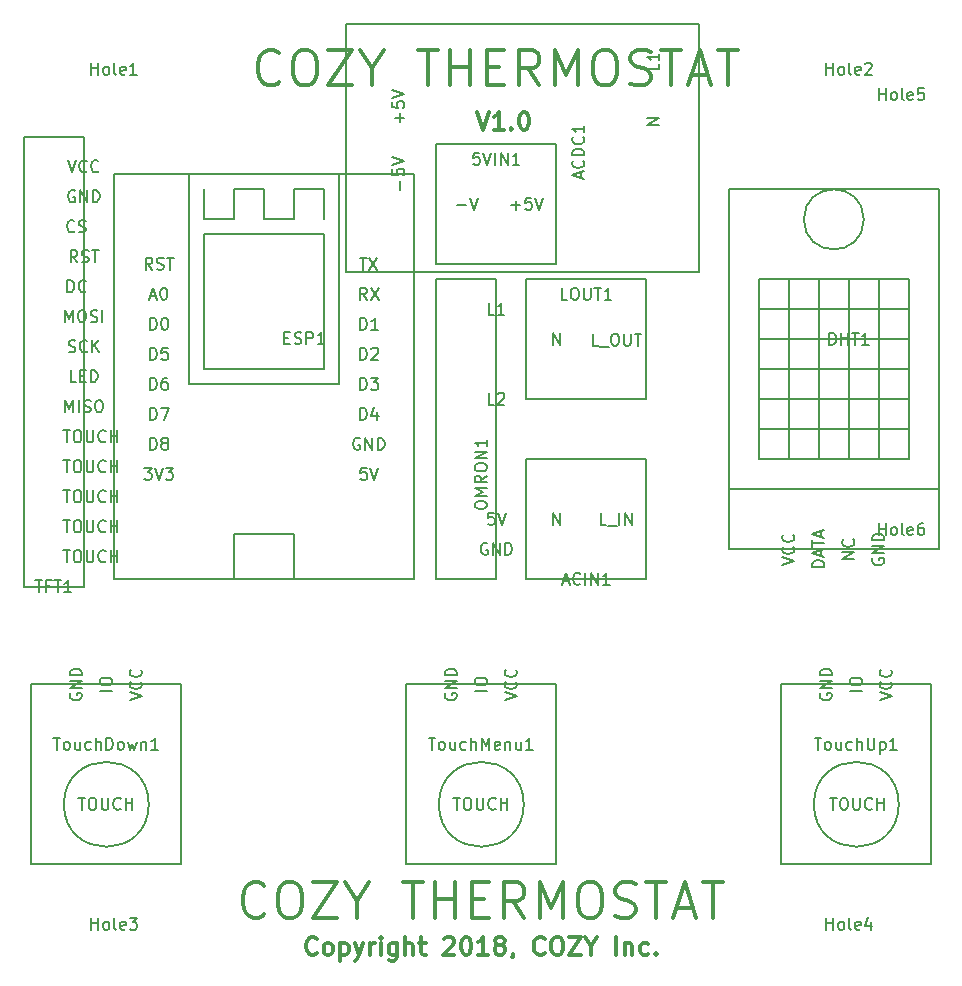
<source format=gbr>
G04 #@! TF.GenerationSoftware,KiCad,Pcbnew,(5.0.1)-3*
G04 #@! TF.CreationDate,2018-11-11T13:08:13+01:00*
G04 #@! TF.ProjectId,THERMOSTAT,544845524D4F535441542E6B69636164,rev?*
G04 #@! TF.SameCoordinates,Original*
G04 #@! TF.FileFunction,Legend,Top*
G04 #@! TF.FilePolarity,Positive*
%FSLAX46Y46*%
G04 Gerber Fmt 4.6, Leading zero omitted, Abs format (unit mm)*
G04 Created by KiCad (PCBNEW (5.0.1)-3) date 11/11/2018 1:08:13 PM*
%MOMM*%
%LPD*%
G01*
G04 APERTURE LIST*
%ADD10C,0.300000*%
%ADD11C,0.150000*%
G04 APERTURE END LIST*
D10*
X26076428Y-78640714D02*
X26005000Y-78712142D01*
X25790714Y-78783571D01*
X25647857Y-78783571D01*
X25433571Y-78712142D01*
X25290714Y-78569285D01*
X25219285Y-78426428D01*
X25147857Y-78140714D01*
X25147857Y-77926428D01*
X25219285Y-77640714D01*
X25290714Y-77497857D01*
X25433571Y-77355000D01*
X25647857Y-77283571D01*
X25790714Y-77283571D01*
X26005000Y-77355000D01*
X26076428Y-77426428D01*
X26933571Y-78783571D02*
X26790714Y-78712142D01*
X26719285Y-78640714D01*
X26647857Y-78497857D01*
X26647857Y-78069285D01*
X26719285Y-77926428D01*
X26790714Y-77855000D01*
X26933571Y-77783571D01*
X27147857Y-77783571D01*
X27290714Y-77855000D01*
X27362142Y-77926428D01*
X27433571Y-78069285D01*
X27433571Y-78497857D01*
X27362142Y-78640714D01*
X27290714Y-78712142D01*
X27147857Y-78783571D01*
X26933571Y-78783571D01*
X28076428Y-77783571D02*
X28076428Y-79283571D01*
X28076428Y-77855000D02*
X28219285Y-77783571D01*
X28505000Y-77783571D01*
X28647857Y-77855000D01*
X28719285Y-77926428D01*
X28790714Y-78069285D01*
X28790714Y-78497857D01*
X28719285Y-78640714D01*
X28647857Y-78712142D01*
X28505000Y-78783571D01*
X28219285Y-78783571D01*
X28076428Y-78712142D01*
X29290714Y-77783571D02*
X29647857Y-78783571D01*
X30005000Y-77783571D02*
X29647857Y-78783571D01*
X29505000Y-79140714D01*
X29433571Y-79212142D01*
X29290714Y-79283571D01*
X30576428Y-78783571D02*
X30576428Y-77783571D01*
X30576428Y-78069285D02*
X30647857Y-77926428D01*
X30719285Y-77855000D01*
X30862142Y-77783571D01*
X31005000Y-77783571D01*
X31505000Y-78783571D02*
X31505000Y-77783571D01*
X31505000Y-77283571D02*
X31433571Y-77355000D01*
X31505000Y-77426428D01*
X31576428Y-77355000D01*
X31505000Y-77283571D01*
X31505000Y-77426428D01*
X32862142Y-77783571D02*
X32862142Y-78997857D01*
X32790714Y-79140714D01*
X32719285Y-79212142D01*
X32576428Y-79283571D01*
X32362142Y-79283571D01*
X32219285Y-79212142D01*
X32862142Y-78712142D02*
X32719285Y-78783571D01*
X32433571Y-78783571D01*
X32290714Y-78712142D01*
X32219285Y-78640714D01*
X32147857Y-78497857D01*
X32147857Y-78069285D01*
X32219285Y-77926428D01*
X32290714Y-77855000D01*
X32433571Y-77783571D01*
X32719285Y-77783571D01*
X32862142Y-77855000D01*
X33576428Y-78783571D02*
X33576428Y-77283571D01*
X34219285Y-78783571D02*
X34219285Y-77997857D01*
X34147857Y-77855000D01*
X34005000Y-77783571D01*
X33790714Y-77783571D01*
X33647857Y-77855000D01*
X33576428Y-77926428D01*
X34719285Y-77783571D02*
X35290714Y-77783571D01*
X34933571Y-77283571D02*
X34933571Y-78569285D01*
X35005000Y-78712142D01*
X35147857Y-78783571D01*
X35290714Y-78783571D01*
X36862142Y-77426428D02*
X36933571Y-77355000D01*
X37076428Y-77283571D01*
X37433571Y-77283571D01*
X37576428Y-77355000D01*
X37647857Y-77426428D01*
X37719285Y-77569285D01*
X37719285Y-77712142D01*
X37647857Y-77926428D01*
X36790714Y-78783571D01*
X37719285Y-78783571D01*
X38647857Y-77283571D02*
X38790714Y-77283571D01*
X38933571Y-77355000D01*
X39005000Y-77426428D01*
X39076428Y-77569285D01*
X39147857Y-77855000D01*
X39147857Y-78212142D01*
X39076428Y-78497857D01*
X39005000Y-78640714D01*
X38933571Y-78712142D01*
X38790714Y-78783571D01*
X38647857Y-78783571D01*
X38505000Y-78712142D01*
X38433571Y-78640714D01*
X38362142Y-78497857D01*
X38290714Y-78212142D01*
X38290714Y-77855000D01*
X38362142Y-77569285D01*
X38433571Y-77426428D01*
X38505000Y-77355000D01*
X38647857Y-77283571D01*
X40576428Y-78783571D02*
X39719285Y-78783571D01*
X40147857Y-78783571D02*
X40147857Y-77283571D01*
X40005000Y-77497857D01*
X39862142Y-77640714D01*
X39719285Y-77712142D01*
X41433571Y-77926428D02*
X41290714Y-77855000D01*
X41219285Y-77783571D01*
X41147857Y-77640714D01*
X41147857Y-77569285D01*
X41219285Y-77426428D01*
X41290714Y-77355000D01*
X41433571Y-77283571D01*
X41719285Y-77283571D01*
X41862142Y-77355000D01*
X41933571Y-77426428D01*
X42005000Y-77569285D01*
X42005000Y-77640714D01*
X41933571Y-77783571D01*
X41862142Y-77855000D01*
X41719285Y-77926428D01*
X41433571Y-77926428D01*
X41290714Y-77997857D01*
X41219285Y-78069285D01*
X41147857Y-78212142D01*
X41147857Y-78497857D01*
X41219285Y-78640714D01*
X41290714Y-78712142D01*
X41433571Y-78783571D01*
X41719285Y-78783571D01*
X41862142Y-78712142D01*
X41933571Y-78640714D01*
X42005000Y-78497857D01*
X42005000Y-78212142D01*
X41933571Y-78069285D01*
X41862142Y-77997857D01*
X41719285Y-77926428D01*
X42719285Y-78712142D02*
X42719285Y-78783571D01*
X42647857Y-78926428D01*
X42576428Y-78997857D01*
X45362142Y-78640714D02*
X45290714Y-78712142D01*
X45076428Y-78783571D01*
X44933571Y-78783571D01*
X44719285Y-78712142D01*
X44576428Y-78569285D01*
X44505000Y-78426428D01*
X44433571Y-78140714D01*
X44433571Y-77926428D01*
X44505000Y-77640714D01*
X44576428Y-77497857D01*
X44719285Y-77355000D01*
X44933571Y-77283571D01*
X45076428Y-77283571D01*
X45290714Y-77355000D01*
X45362142Y-77426428D01*
X46290714Y-77283571D02*
X46576428Y-77283571D01*
X46719285Y-77355000D01*
X46862142Y-77497857D01*
X46933571Y-77783571D01*
X46933571Y-78283571D01*
X46862142Y-78569285D01*
X46719285Y-78712142D01*
X46576428Y-78783571D01*
X46290714Y-78783571D01*
X46147857Y-78712142D01*
X46005000Y-78569285D01*
X45933571Y-78283571D01*
X45933571Y-77783571D01*
X46005000Y-77497857D01*
X46147857Y-77355000D01*
X46290714Y-77283571D01*
X47433571Y-77283571D02*
X48433571Y-77283571D01*
X47433571Y-78783571D01*
X48433571Y-78783571D01*
X49290714Y-78069285D02*
X49290714Y-78783571D01*
X48790714Y-77283571D02*
X49290714Y-78069285D01*
X49790714Y-77283571D01*
X51433571Y-78783571D02*
X51433571Y-77283571D01*
X52147857Y-77783571D02*
X52147857Y-78783571D01*
X52147857Y-77926428D02*
X52219285Y-77855000D01*
X52362142Y-77783571D01*
X52576428Y-77783571D01*
X52719285Y-77855000D01*
X52790714Y-77997857D01*
X52790714Y-78783571D01*
X54147857Y-78712142D02*
X54005000Y-78783571D01*
X53719285Y-78783571D01*
X53576428Y-78712142D01*
X53505000Y-78640714D01*
X53433571Y-78497857D01*
X53433571Y-78069285D01*
X53505000Y-77926428D01*
X53576428Y-77855000D01*
X53719285Y-77783571D01*
X54005000Y-77783571D01*
X54147857Y-77855000D01*
X54790714Y-78640714D02*
X54862142Y-78712142D01*
X54790714Y-78783571D01*
X54719285Y-78712142D01*
X54790714Y-78640714D01*
X54790714Y-78783571D01*
X21647857Y-75366428D02*
X21505000Y-75509285D01*
X21076428Y-75652142D01*
X20790714Y-75652142D01*
X20362142Y-75509285D01*
X20076428Y-75223571D01*
X19933571Y-74937857D01*
X19790714Y-74366428D01*
X19790714Y-73937857D01*
X19933571Y-73366428D01*
X20076428Y-73080714D01*
X20362142Y-72795000D01*
X20790714Y-72652142D01*
X21076428Y-72652142D01*
X21505000Y-72795000D01*
X21647857Y-72937857D01*
X23505000Y-72652142D02*
X24076428Y-72652142D01*
X24362142Y-72795000D01*
X24647857Y-73080714D01*
X24790714Y-73652142D01*
X24790714Y-74652142D01*
X24647857Y-75223571D01*
X24362142Y-75509285D01*
X24076428Y-75652142D01*
X23505000Y-75652142D01*
X23219285Y-75509285D01*
X22933571Y-75223571D01*
X22790714Y-74652142D01*
X22790714Y-73652142D01*
X22933571Y-73080714D01*
X23219285Y-72795000D01*
X23505000Y-72652142D01*
X25790714Y-72652142D02*
X27790714Y-72652142D01*
X25790714Y-75652142D01*
X27790714Y-75652142D01*
X29504999Y-74223571D02*
X29504999Y-75652142D01*
X28504999Y-72652142D02*
X29504999Y-74223571D01*
X30504999Y-72652142D01*
X33362142Y-72652142D02*
X35076428Y-72652142D01*
X34219285Y-75652142D02*
X34219285Y-72652142D01*
X36076428Y-75652142D02*
X36076428Y-72652142D01*
X36076428Y-74080714D02*
X37790714Y-74080714D01*
X37790714Y-75652142D02*
X37790714Y-72652142D01*
X39219285Y-74080714D02*
X40219285Y-74080714D01*
X40647857Y-75652142D02*
X39219285Y-75652142D01*
X39219285Y-72652142D01*
X40647857Y-72652142D01*
X43647857Y-75652142D02*
X42647857Y-74223571D01*
X41933571Y-75652142D02*
X41933571Y-72652142D01*
X43076428Y-72652142D01*
X43362142Y-72795000D01*
X43505000Y-72937857D01*
X43647857Y-73223571D01*
X43647857Y-73652142D01*
X43505000Y-73937857D01*
X43362142Y-74080714D01*
X43076428Y-74223571D01*
X41933571Y-74223571D01*
X44933571Y-75652142D02*
X44933571Y-72652142D01*
X45933571Y-74795000D01*
X46933571Y-72652142D01*
X46933571Y-75652142D01*
X48933571Y-72652142D02*
X49505000Y-72652142D01*
X49790714Y-72795000D01*
X50076428Y-73080714D01*
X50219285Y-73652142D01*
X50219285Y-74652142D01*
X50076428Y-75223571D01*
X49790714Y-75509285D01*
X49505000Y-75652142D01*
X48933571Y-75652142D01*
X48647857Y-75509285D01*
X48362142Y-75223571D01*
X48219285Y-74652142D01*
X48219285Y-73652142D01*
X48362142Y-73080714D01*
X48647857Y-72795000D01*
X48933571Y-72652142D01*
X51362142Y-75509285D02*
X51790714Y-75652142D01*
X52504999Y-75652142D01*
X52790714Y-75509285D01*
X52933571Y-75366428D01*
X53076428Y-75080714D01*
X53076428Y-74795000D01*
X52933571Y-74509285D01*
X52790714Y-74366428D01*
X52504999Y-74223571D01*
X51933571Y-74080714D01*
X51647857Y-73937857D01*
X51504999Y-73795000D01*
X51362142Y-73509285D01*
X51362142Y-73223571D01*
X51504999Y-72937857D01*
X51647857Y-72795000D01*
X51933571Y-72652142D01*
X52647857Y-72652142D01*
X53076428Y-72795000D01*
X53933571Y-72652142D02*
X55647857Y-72652142D01*
X54790714Y-75652142D02*
X54790714Y-72652142D01*
X56505000Y-74795000D02*
X57933571Y-74795000D01*
X56219285Y-75652142D02*
X57219285Y-72652142D01*
X58219285Y-75652142D01*
X58790714Y-72652142D02*
X60505000Y-72652142D01*
X59647857Y-75652142D02*
X59647857Y-72652142D01*
X39624285Y-7433571D02*
X40124285Y-8933571D01*
X40624285Y-7433571D01*
X41910000Y-8933571D02*
X41052857Y-8933571D01*
X41481428Y-8933571D02*
X41481428Y-7433571D01*
X41338571Y-7647857D01*
X41195714Y-7790714D01*
X41052857Y-7862142D01*
X42552857Y-8790714D02*
X42624285Y-8862142D01*
X42552857Y-8933571D01*
X42481428Y-8862142D01*
X42552857Y-8790714D01*
X42552857Y-8933571D01*
X43552857Y-7433571D02*
X43695714Y-7433571D01*
X43838571Y-7505000D01*
X43910000Y-7576428D01*
X43981428Y-7719285D01*
X44052857Y-8005000D01*
X44052857Y-8362142D01*
X43981428Y-8647857D01*
X43910000Y-8790714D01*
X43838571Y-8862142D01*
X43695714Y-8933571D01*
X43552857Y-8933571D01*
X43410000Y-8862142D01*
X43338571Y-8790714D01*
X43267142Y-8647857D01*
X43195714Y-8362142D01*
X43195714Y-8005000D01*
X43267142Y-7719285D01*
X43338571Y-7576428D01*
X43410000Y-7505000D01*
X43552857Y-7433571D01*
X22917857Y-4881428D02*
X22775000Y-5024285D01*
X22346428Y-5167142D01*
X22060714Y-5167142D01*
X21632142Y-5024285D01*
X21346428Y-4738571D01*
X21203571Y-4452857D01*
X21060714Y-3881428D01*
X21060714Y-3452857D01*
X21203571Y-2881428D01*
X21346428Y-2595714D01*
X21632142Y-2310000D01*
X22060714Y-2167142D01*
X22346428Y-2167142D01*
X22775000Y-2310000D01*
X22917857Y-2452857D01*
X24775000Y-2167142D02*
X25346428Y-2167142D01*
X25632142Y-2310000D01*
X25917857Y-2595714D01*
X26060714Y-3167142D01*
X26060714Y-4167142D01*
X25917857Y-4738571D01*
X25632142Y-5024285D01*
X25346428Y-5167142D01*
X24775000Y-5167142D01*
X24489285Y-5024285D01*
X24203571Y-4738571D01*
X24060714Y-4167142D01*
X24060714Y-3167142D01*
X24203571Y-2595714D01*
X24489285Y-2310000D01*
X24775000Y-2167142D01*
X27060714Y-2167142D02*
X29060714Y-2167142D01*
X27060714Y-5167142D01*
X29060714Y-5167142D01*
X30774999Y-3738571D02*
X30774999Y-5167142D01*
X29774999Y-2167142D02*
X30774999Y-3738571D01*
X31774999Y-2167142D01*
X34632142Y-2167142D02*
X36346428Y-2167142D01*
X35489285Y-5167142D02*
X35489285Y-2167142D01*
X37346428Y-5167142D02*
X37346428Y-2167142D01*
X37346428Y-3595714D02*
X39060714Y-3595714D01*
X39060714Y-5167142D02*
X39060714Y-2167142D01*
X40489285Y-3595714D02*
X41489285Y-3595714D01*
X41917857Y-5167142D02*
X40489285Y-5167142D01*
X40489285Y-2167142D01*
X41917857Y-2167142D01*
X44917857Y-5167142D02*
X43917857Y-3738571D01*
X43203571Y-5167142D02*
X43203571Y-2167142D01*
X44346428Y-2167142D01*
X44632142Y-2310000D01*
X44775000Y-2452857D01*
X44917857Y-2738571D01*
X44917857Y-3167142D01*
X44775000Y-3452857D01*
X44632142Y-3595714D01*
X44346428Y-3738571D01*
X43203571Y-3738571D01*
X46203571Y-5167142D02*
X46203571Y-2167142D01*
X47203571Y-4310000D01*
X48203571Y-2167142D01*
X48203571Y-5167142D01*
X50203571Y-2167142D02*
X50775000Y-2167142D01*
X51060714Y-2310000D01*
X51346428Y-2595714D01*
X51489285Y-3167142D01*
X51489285Y-4167142D01*
X51346428Y-4738571D01*
X51060714Y-5024285D01*
X50775000Y-5167142D01*
X50203571Y-5167142D01*
X49917857Y-5024285D01*
X49632142Y-4738571D01*
X49489285Y-4167142D01*
X49489285Y-3167142D01*
X49632142Y-2595714D01*
X49917857Y-2310000D01*
X50203571Y-2167142D01*
X52632142Y-5024285D02*
X53060714Y-5167142D01*
X53774999Y-5167142D01*
X54060714Y-5024285D01*
X54203571Y-4881428D01*
X54346428Y-4595714D01*
X54346428Y-4310000D01*
X54203571Y-4024285D01*
X54060714Y-3881428D01*
X53774999Y-3738571D01*
X53203571Y-3595714D01*
X52917857Y-3452857D01*
X52774999Y-3310000D01*
X52632142Y-3024285D01*
X52632142Y-2738571D01*
X52774999Y-2452857D01*
X52917857Y-2310000D01*
X53203571Y-2167142D01*
X53917857Y-2167142D01*
X54346428Y-2310000D01*
X55203571Y-2167142D02*
X56917857Y-2167142D01*
X56060714Y-5167142D02*
X56060714Y-2167142D01*
X57775000Y-4310000D02*
X59203571Y-4310000D01*
X57489285Y-5167142D02*
X58489285Y-2167142D01*
X59489285Y-5167142D01*
X60060714Y-2167142D02*
X61775000Y-2167142D01*
X60917857Y-5167142D02*
X60917857Y-2167142D01*
D11*
G04 #@! TO.C,ACDC1*
X58420000Y0D02*
X58420000Y-20955000D01*
X58420000Y-20955000D02*
X28575000Y-20955000D01*
X28575000Y-20955000D02*
X28575000Y0D01*
X28575000Y0D02*
X58420000Y0D01*
G04 #@! TO.C,TouchUp1*
X78105000Y-71120000D02*
X65405000Y-71120000D01*
X65405000Y-71120000D02*
X65405000Y-55880000D01*
X65405000Y-55880000D02*
X78105000Y-55880000D01*
X78105000Y-55880000D02*
X78105000Y-71120000D01*
X75347102Y-66040000D02*
G75*
G03X75347102Y-66040000I-3592102J0D01*
G01*
G04 #@! TO.C,ESP1*
X8890000Y-12700000D02*
X34290000Y-12700000D01*
X34290000Y-12700000D02*
X34290000Y-46990000D01*
X34290000Y-46990000D02*
X8890000Y-46990000D01*
X8890000Y-46990000D02*
X8890000Y-12700000D01*
X15240000Y-12700000D02*
X15240000Y-30480000D01*
X15240000Y-30480000D02*
X26670000Y-30480000D01*
X26670000Y-30480000D02*
X27940000Y-30480000D01*
X27940000Y-30480000D02*
X27940000Y-12700000D01*
X27940000Y-12700000D02*
X16510000Y-12700000D01*
X16510000Y-19050000D02*
X16510000Y-29210000D01*
X16510000Y-29210000D02*
X26670000Y-29210000D01*
X26670000Y-29210000D02*
X26670000Y-17780000D01*
X26670000Y-17780000D02*
X16510000Y-17780000D01*
X16510000Y-17780000D02*
X16510000Y-19050000D01*
X26670000Y-16510000D02*
X26670000Y-13970000D01*
X26670000Y-13970000D02*
X24130000Y-13970000D01*
X24130000Y-13970000D02*
X24130000Y-16510000D01*
X24130000Y-16510000D02*
X21590000Y-16510000D01*
X21590000Y-16510000D02*
X21590000Y-13970000D01*
X21590000Y-13970000D02*
X19050000Y-13970000D01*
X19050000Y-13970000D02*
X19050000Y-16510000D01*
X19050000Y-16510000D02*
X16510000Y-16510000D01*
X16510000Y-16510000D02*
X16510000Y-13970000D01*
X19050000Y-46990000D02*
X19050000Y-43180000D01*
X19050000Y-43180000D02*
X24130000Y-43180000D01*
X24130000Y-43180000D02*
X24130000Y-46990000D01*
G04 #@! TO.C,DHT1*
X60960000Y-13970000D02*
X78740000Y-13970000D01*
X78740000Y-13970000D02*
X78740000Y-39370000D01*
X78740000Y-39370000D02*
X60960000Y-39370000D01*
X60960000Y-39370000D02*
X60960000Y-13970000D01*
X60960000Y-39370000D02*
X60960000Y-44450000D01*
X60960000Y-44450000D02*
X78740000Y-44450000D01*
X78740000Y-44450000D02*
X78740000Y-39370000D01*
X72390000Y-16510000D02*
G75*
G03X72390000Y-16510000I-2540000J0D01*
G01*
X63500000Y-21590000D02*
X76200000Y-21590000D01*
X76200000Y-21590000D02*
X76200000Y-24130000D01*
X76200000Y-24130000D02*
X63500000Y-24130000D01*
X63500000Y-24130000D02*
X63500000Y-26670000D01*
X63500000Y-26670000D02*
X76200000Y-26670000D01*
X76200000Y-26670000D02*
X76200000Y-29210000D01*
X76200000Y-29210000D02*
X63500000Y-29210000D01*
X63500000Y-29210000D02*
X63500000Y-31750000D01*
X63500000Y-31750000D02*
X76200000Y-31750000D01*
X76200000Y-31750000D02*
X76200000Y-34290000D01*
X76200000Y-34290000D02*
X63500000Y-34290000D01*
X63500000Y-34290000D02*
X63500000Y-36830000D01*
X63500000Y-36830000D02*
X76200000Y-36830000D01*
X76200000Y-36830000D02*
X76200000Y-21590000D01*
X76200000Y-21590000D02*
X63500000Y-21590000D01*
X63500000Y-21590000D02*
X63500000Y-34290000D01*
X66040000Y-21590000D02*
X66040000Y-36830000D01*
X66040000Y-36830000D02*
X68580000Y-36830000D01*
X68580000Y-36830000D02*
X68580000Y-21590000D01*
X68580000Y-21590000D02*
X71120000Y-21590000D01*
X71120000Y-21590000D02*
X71120000Y-36830000D01*
X71120000Y-36830000D02*
X73660000Y-36830000D01*
X73660000Y-36830000D02*
X73660000Y-21590000D01*
G04 #@! TO.C,LOUT1*
X46355000Y-31750000D02*
X53975000Y-31750000D01*
X53975000Y-31750000D02*
X53975000Y-21590000D01*
X53975000Y-21590000D02*
X43815000Y-21590000D01*
X43815000Y-21590000D02*
X43815000Y-31750000D01*
X43815000Y-31750000D02*
X46355000Y-31750000D01*
G04 #@! TO.C,ACIN1*
X43815000Y-46990000D02*
X46355000Y-46990000D01*
X43815000Y-36830000D02*
X43815000Y-46990000D01*
X53975000Y-36830000D02*
X43815000Y-36830000D01*
X53975000Y-46990000D02*
X53975000Y-36830000D01*
X46355000Y-46990000D02*
X53975000Y-46990000D01*
G04 #@! TO.C,5VIN1*
X38735000Y-20320000D02*
X46355000Y-20320000D01*
X46355000Y-20320000D02*
X46355000Y-10160000D01*
X46355000Y-10160000D02*
X36195000Y-10160000D01*
X36195000Y-10160000D02*
X36195000Y-20320000D01*
X36195000Y-20320000D02*
X38735000Y-20320000D01*
G04 #@! TO.C,TouchMenu1*
X43597102Y-66040000D02*
G75*
G03X43597102Y-66040000I-3592102J0D01*
G01*
X46355000Y-55880000D02*
X46355000Y-71120000D01*
X33655000Y-55880000D02*
X46355000Y-55880000D01*
X33655000Y-71120000D02*
X33655000Y-55880000D01*
X46355000Y-71120000D02*
X33655000Y-71120000D01*
G04 #@! TO.C,TouchDown1*
X14605000Y-71120000D02*
X1905000Y-71120000D01*
X1905000Y-71120000D02*
X1905000Y-55880000D01*
X1905000Y-55880000D02*
X14605000Y-55880000D01*
X14605000Y-55880000D02*
X14605000Y-71120000D01*
X11847102Y-66040000D02*
G75*
G03X11847102Y-66040000I-3592102J0D01*
G01*
G04 #@! TO.C,TFT1*
X1270000Y-47625000D02*
X1270000Y-9525000D01*
X1270000Y-9525000D02*
X6350000Y-9525000D01*
X6350000Y-9525000D02*
X6350000Y-47625000D01*
X1270000Y-47625000D02*
X6350000Y-47625000D01*
G04 #@! TO.C,OMRON1*
X36195000Y-21590000D02*
X36195000Y-46990000D01*
X36195000Y-46990000D02*
X41275000Y-46990000D01*
X41275000Y-46990000D02*
X41275000Y-21590000D01*
X41275000Y-21590000D02*
X36195000Y-21590000D01*
G04 #@! TO.C,ACDC1*
X48426666Y-13009285D02*
X48426666Y-12533095D01*
X48712380Y-13104523D02*
X47712380Y-12771190D01*
X48712380Y-12437857D01*
X48617142Y-11533095D02*
X48664761Y-11580714D01*
X48712380Y-11723571D01*
X48712380Y-11818809D01*
X48664761Y-11961666D01*
X48569523Y-12056904D01*
X48474285Y-12104523D01*
X48283809Y-12152142D01*
X48140952Y-12152142D01*
X47950476Y-12104523D01*
X47855238Y-12056904D01*
X47760000Y-11961666D01*
X47712380Y-11818809D01*
X47712380Y-11723571D01*
X47760000Y-11580714D01*
X47807619Y-11533095D01*
X48712380Y-11104523D02*
X47712380Y-11104523D01*
X47712380Y-10866428D01*
X47760000Y-10723571D01*
X47855238Y-10628333D01*
X47950476Y-10580714D01*
X48140952Y-10533095D01*
X48283809Y-10533095D01*
X48474285Y-10580714D01*
X48569523Y-10628333D01*
X48664761Y-10723571D01*
X48712380Y-10866428D01*
X48712380Y-11104523D01*
X48617142Y-9533095D02*
X48664761Y-9580714D01*
X48712380Y-9723571D01*
X48712380Y-9818809D01*
X48664761Y-9961666D01*
X48569523Y-10056904D01*
X48474285Y-10104523D01*
X48283809Y-10152142D01*
X48140952Y-10152142D01*
X47950476Y-10104523D01*
X47855238Y-10056904D01*
X47760000Y-9961666D01*
X47712380Y-9818809D01*
X47712380Y-9723571D01*
X47760000Y-9580714D01*
X47807619Y-9533095D01*
X48712380Y-8580714D02*
X48712380Y-9152142D01*
X48712380Y-8866428D02*
X47712380Y-8866428D01*
X47855238Y-8961666D01*
X47950476Y-9056904D01*
X47998095Y-9152142D01*
X55062380Y-3341666D02*
X55062380Y-3817857D01*
X54062380Y-3817857D01*
X55062380Y-2484523D02*
X55062380Y-3055952D01*
X55062380Y-2770238D02*
X54062380Y-2770238D01*
X54205238Y-2865476D01*
X54300476Y-2960714D01*
X54348095Y-3055952D01*
X55062380Y-8540714D02*
X54062380Y-8540714D01*
X55062380Y-7969285D01*
X54062380Y-7969285D01*
X33091428Y-8270714D02*
X33091428Y-7508809D01*
X33472380Y-7889761D02*
X32710476Y-7889761D01*
X32472380Y-6556428D02*
X32472380Y-7032619D01*
X32948571Y-7080238D01*
X32900952Y-7032619D01*
X32853333Y-6937380D01*
X32853333Y-6699285D01*
X32900952Y-6604047D01*
X32948571Y-6556428D01*
X33043809Y-6508809D01*
X33281904Y-6508809D01*
X33377142Y-6556428D01*
X33424761Y-6604047D01*
X33472380Y-6699285D01*
X33472380Y-6937380D01*
X33424761Y-7032619D01*
X33377142Y-7080238D01*
X32472380Y-6223095D02*
X33472380Y-5889761D01*
X32472380Y-5556428D01*
X33091428Y-13985714D02*
X33091428Y-13223809D01*
X32472380Y-12271428D02*
X32472380Y-12747619D01*
X32948571Y-12795238D01*
X32900952Y-12747619D01*
X32853333Y-12652380D01*
X32853333Y-12414285D01*
X32900952Y-12319047D01*
X32948571Y-12271428D01*
X33043809Y-12223809D01*
X33281904Y-12223809D01*
X33377142Y-12271428D01*
X33424761Y-12319047D01*
X33472380Y-12414285D01*
X33472380Y-12652380D01*
X33424761Y-12747619D01*
X33377142Y-12795238D01*
X32472380Y-11938095D02*
X33472380Y-11604761D01*
X32472380Y-11271428D01*
G04 #@! TO.C,Hole6*
X73660238Y-43242380D02*
X73660238Y-42242380D01*
X73660238Y-42718571D02*
X74231666Y-42718571D01*
X74231666Y-43242380D02*
X74231666Y-42242380D01*
X74850714Y-43242380D02*
X74755476Y-43194761D01*
X74707857Y-43147142D01*
X74660238Y-43051904D01*
X74660238Y-42766190D01*
X74707857Y-42670952D01*
X74755476Y-42623333D01*
X74850714Y-42575714D01*
X74993571Y-42575714D01*
X75088809Y-42623333D01*
X75136428Y-42670952D01*
X75184047Y-42766190D01*
X75184047Y-43051904D01*
X75136428Y-43147142D01*
X75088809Y-43194761D01*
X74993571Y-43242380D01*
X74850714Y-43242380D01*
X75755476Y-43242380D02*
X75660238Y-43194761D01*
X75612619Y-43099523D01*
X75612619Y-42242380D01*
X76517380Y-43194761D02*
X76422142Y-43242380D01*
X76231666Y-43242380D01*
X76136428Y-43194761D01*
X76088809Y-43099523D01*
X76088809Y-42718571D01*
X76136428Y-42623333D01*
X76231666Y-42575714D01*
X76422142Y-42575714D01*
X76517380Y-42623333D01*
X76565000Y-42718571D01*
X76565000Y-42813809D01*
X76088809Y-42909047D01*
X77422142Y-42242380D02*
X77231666Y-42242380D01*
X77136428Y-42290000D01*
X77088809Y-42337619D01*
X76993571Y-42480476D01*
X76945952Y-42670952D01*
X76945952Y-43051904D01*
X76993571Y-43147142D01*
X77041190Y-43194761D01*
X77136428Y-43242380D01*
X77326904Y-43242380D01*
X77422142Y-43194761D01*
X77469761Y-43147142D01*
X77517380Y-43051904D01*
X77517380Y-42813809D01*
X77469761Y-42718571D01*
X77422142Y-42670952D01*
X77326904Y-42623333D01*
X77136428Y-42623333D01*
X77041190Y-42670952D01*
X76993571Y-42718571D01*
X76945952Y-42813809D01*
G04 #@! TO.C,Hole5*
X73660238Y-6412380D02*
X73660238Y-5412380D01*
X73660238Y-5888571D02*
X74231666Y-5888571D01*
X74231666Y-6412380D02*
X74231666Y-5412380D01*
X74850714Y-6412380D02*
X74755476Y-6364761D01*
X74707857Y-6317142D01*
X74660238Y-6221904D01*
X74660238Y-5936190D01*
X74707857Y-5840952D01*
X74755476Y-5793333D01*
X74850714Y-5745714D01*
X74993571Y-5745714D01*
X75088809Y-5793333D01*
X75136428Y-5840952D01*
X75184047Y-5936190D01*
X75184047Y-6221904D01*
X75136428Y-6317142D01*
X75088809Y-6364761D01*
X74993571Y-6412380D01*
X74850714Y-6412380D01*
X75755476Y-6412380D02*
X75660238Y-6364761D01*
X75612619Y-6269523D01*
X75612619Y-5412380D01*
X76517380Y-6364761D02*
X76422142Y-6412380D01*
X76231666Y-6412380D01*
X76136428Y-6364761D01*
X76088809Y-6269523D01*
X76088809Y-5888571D01*
X76136428Y-5793333D01*
X76231666Y-5745714D01*
X76422142Y-5745714D01*
X76517380Y-5793333D01*
X76565000Y-5888571D01*
X76565000Y-5983809D01*
X76088809Y-6079047D01*
X77469761Y-5412380D02*
X76993571Y-5412380D01*
X76945952Y-5888571D01*
X76993571Y-5840952D01*
X77088809Y-5793333D01*
X77326904Y-5793333D01*
X77422142Y-5840952D01*
X77469761Y-5888571D01*
X77517380Y-5983809D01*
X77517380Y-6221904D01*
X77469761Y-6317142D01*
X77422142Y-6364761D01*
X77326904Y-6412380D01*
X77088809Y-6412380D01*
X76993571Y-6364761D01*
X76945952Y-6317142D01*
G04 #@! TO.C,TouchUp1*
X68231190Y-60412380D02*
X68802619Y-60412380D01*
X68516904Y-61412380D02*
X68516904Y-60412380D01*
X69278809Y-61412380D02*
X69183571Y-61364761D01*
X69135952Y-61317142D01*
X69088333Y-61221904D01*
X69088333Y-60936190D01*
X69135952Y-60840952D01*
X69183571Y-60793333D01*
X69278809Y-60745714D01*
X69421666Y-60745714D01*
X69516904Y-60793333D01*
X69564523Y-60840952D01*
X69612142Y-60936190D01*
X69612142Y-61221904D01*
X69564523Y-61317142D01*
X69516904Y-61364761D01*
X69421666Y-61412380D01*
X69278809Y-61412380D01*
X70469285Y-60745714D02*
X70469285Y-61412380D01*
X70040714Y-60745714D02*
X70040714Y-61269523D01*
X70088333Y-61364761D01*
X70183571Y-61412380D01*
X70326428Y-61412380D01*
X70421666Y-61364761D01*
X70469285Y-61317142D01*
X71374047Y-61364761D02*
X71278809Y-61412380D01*
X71088333Y-61412380D01*
X70993095Y-61364761D01*
X70945476Y-61317142D01*
X70897857Y-61221904D01*
X70897857Y-60936190D01*
X70945476Y-60840952D01*
X70993095Y-60793333D01*
X71088333Y-60745714D01*
X71278809Y-60745714D01*
X71374047Y-60793333D01*
X71802619Y-61412380D02*
X71802619Y-60412380D01*
X72231190Y-61412380D02*
X72231190Y-60888571D01*
X72183571Y-60793333D01*
X72088333Y-60745714D01*
X71945476Y-60745714D01*
X71850238Y-60793333D01*
X71802619Y-60840952D01*
X72707380Y-60412380D02*
X72707380Y-61221904D01*
X72755000Y-61317142D01*
X72802619Y-61364761D01*
X72897857Y-61412380D01*
X73088333Y-61412380D01*
X73183571Y-61364761D01*
X73231190Y-61317142D01*
X73278809Y-61221904D01*
X73278809Y-60412380D01*
X73755000Y-60745714D02*
X73755000Y-61745714D01*
X73755000Y-60793333D02*
X73850238Y-60745714D01*
X74040714Y-60745714D01*
X74135952Y-60793333D01*
X74183571Y-60840952D01*
X74231190Y-60936190D01*
X74231190Y-61221904D01*
X74183571Y-61317142D01*
X74135952Y-61364761D01*
X74040714Y-61412380D01*
X73850238Y-61412380D01*
X73755000Y-61364761D01*
X75183571Y-61412380D02*
X74612142Y-61412380D01*
X74897857Y-61412380D02*
X74897857Y-60412380D01*
X74802619Y-60555238D01*
X74707380Y-60650476D01*
X74612142Y-60698095D01*
X69524857Y-65492380D02*
X70096285Y-65492380D01*
X69810571Y-66492380D02*
X69810571Y-65492380D01*
X70620095Y-65492380D02*
X70810571Y-65492380D01*
X70905809Y-65540000D01*
X71001047Y-65635238D01*
X71048666Y-65825714D01*
X71048666Y-66159047D01*
X71001047Y-66349523D01*
X70905809Y-66444761D01*
X70810571Y-66492380D01*
X70620095Y-66492380D01*
X70524857Y-66444761D01*
X70429619Y-66349523D01*
X70382000Y-66159047D01*
X70382000Y-65825714D01*
X70429619Y-65635238D01*
X70524857Y-65540000D01*
X70620095Y-65492380D01*
X71477238Y-65492380D02*
X71477238Y-66301904D01*
X71524857Y-66397142D01*
X71572476Y-66444761D01*
X71667714Y-66492380D01*
X71858190Y-66492380D01*
X71953428Y-66444761D01*
X72001047Y-66397142D01*
X72048666Y-66301904D01*
X72048666Y-65492380D01*
X73096285Y-66397142D02*
X73048666Y-66444761D01*
X72905809Y-66492380D01*
X72810571Y-66492380D01*
X72667714Y-66444761D01*
X72572476Y-66349523D01*
X72524857Y-66254285D01*
X72477238Y-66063809D01*
X72477238Y-65920952D01*
X72524857Y-65730476D01*
X72572476Y-65635238D01*
X72667714Y-65540000D01*
X72810571Y-65492380D01*
X72905809Y-65492380D01*
X73048666Y-65540000D01*
X73096285Y-65587619D01*
X73524857Y-66492380D02*
X73524857Y-65492380D01*
X73524857Y-65968571D02*
X74096285Y-65968571D01*
X74096285Y-66492380D02*
X74096285Y-65492380D01*
X73747380Y-57213333D02*
X74747380Y-56880000D01*
X73747380Y-56546666D01*
X74652142Y-55641904D02*
X74699761Y-55689523D01*
X74747380Y-55832380D01*
X74747380Y-55927619D01*
X74699761Y-56070476D01*
X74604523Y-56165714D01*
X74509285Y-56213333D01*
X74318809Y-56260952D01*
X74175952Y-56260952D01*
X73985476Y-56213333D01*
X73890238Y-56165714D01*
X73795000Y-56070476D01*
X73747380Y-55927619D01*
X73747380Y-55832380D01*
X73795000Y-55689523D01*
X73842619Y-55641904D01*
X74652142Y-54641904D02*
X74699761Y-54689523D01*
X74747380Y-54832380D01*
X74747380Y-54927619D01*
X74699761Y-55070476D01*
X74604523Y-55165714D01*
X74509285Y-55213333D01*
X74318809Y-55260952D01*
X74175952Y-55260952D01*
X73985476Y-55213333D01*
X73890238Y-55165714D01*
X73795000Y-55070476D01*
X73747380Y-54927619D01*
X73747380Y-54832380D01*
X73795000Y-54689523D01*
X73842619Y-54641904D01*
X72207380Y-56403809D02*
X71207380Y-56403809D01*
X71207380Y-55737142D02*
X71207380Y-55546666D01*
X71255000Y-55451428D01*
X71350238Y-55356190D01*
X71540714Y-55308571D01*
X71874047Y-55308571D01*
X72064523Y-55356190D01*
X72159761Y-55451428D01*
X72207380Y-55546666D01*
X72207380Y-55737142D01*
X72159761Y-55832380D01*
X72064523Y-55927619D01*
X71874047Y-55975238D01*
X71540714Y-55975238D01*
X71350238Y-55927619D01*
X71255000Y-55832380D01*
X71207380Y-55737142D01*
X68715000Y-56641904D02*
X68667380Y-56737142D01*
X68667380Y-56880000D01*
X68715000Y-57022857D01*
X68810238Y-57118095D01*
X68905476Y-57165714D01*
X69095952Y-57213333D01*
X69238809Y-57213333D01*
X69429285Y-57165714D01*
X69524523Y-57118095D01*
X69619761Y-57022857D01*
X69667380Y-56880000D01*
X69667380Y-56784761D01*
X69619761Y-56641904D01*
X69572142Y-56594285D01*
X69238809Y-56594285D01*
X69238809Y-56784761D01*
X69667380Y-56165714D02*
X68667380Y-56165714D01*
X69667380Y-55594285D01*
X68667380Y-55594285D01*
X69667380Y-55118095D02*
X68667380Y-55118095D01*
X68667380Y-54880000D01*
X68715000Y-54737142D01*
X68810238Y-54641904D01*
X68905476Y-54594285D01*
X69095952Y-54546666D01*
X69238809Y-54546666D01*
X69429285Y-54594285D01*
X69524523Y-54641904D01*
X69619761Y-54737142D01*
X69667380Y-54880000D01*
X69667380Y-55118095D01*
G04 #@! TO.C,ESP1*
X23338332Y-26523570D02*
X23671665Y-26523570D01*
X23814522Y-27047379D02*
X23338332Y-27047379D01*
X23338332Y-26047379D01*
X23814522Y-26047379D01*
X24195475Y-26999760D02*
X24338332Y-27047379D01*
X24576427Y-27047379D01*
X24671665Y-26999760D01*
X24719284Y-26952141D01*
X24766903Y-26856903D01*
X24766903Y-26761665D01*
X24719284Y-26666427D01*
X24671665Y-26618808D01*
X24576427Y-26571189D01*
X24385951Y-26523570D01*
X24290713Y-26475951D01*
X24243094Y-26428332D01*
X24195475Y-26333094D01*
X24195475Y-26237856D01*
X24243094Y-26142618D01*
X24290713Y-26094999D01*
X24385951Y-26047379D01*
X24624046Y-26047379D01*
X24766903Y-26094999D01*
X25195475Y-27047379D02*
X25195475Y-26047379D01*
X25576427Y-26047379D01*
X25671665Y-26094999D01*
X25719284Y-26142618D01*
X25766903Y-26237856D01*
X25766903Y-26380713D01*
X25719284Y-26475951D01*
X25671665Y-26523570D01*
X25576427Y-26571189D01*
X25195475Y-26571189D01*
X26719284Y-27047379D02*
X26147856Y-27047379D01*
X26433570Y-27047379D02*
X26433570Y-26047379D01*
X26338332Y-26190237D01*
X26243094Y-26285475D01*
X26147856Y-26333094D01*
X29718095Y-19772380D02*
X30289523Y-19772380D01*
X30003809Y-20772380D02*
X30003809Y-19772380D01*
X30527619Y-19772380D02*
X31194285Y-20772380D01*
X31194285Y-19772380D02*
X30527619Y-20772380D01*
X30313333Y-23312380D02*
X29980000Y-22836190D01*
X29741904Y-23312380D02*
X29741904Y-22312380D01*
X30122857Y-22312380D01*
X30218095Y-22360000D01*
X30265714Y-22407619D01*
X30313333Y-22502857D01*
X30313333Y-22645714D01*
X30265714Y-22740952D01*
X30218095Y-22788571D01*
X30122857Y-22836190D01*
X29741904Y-22836190D01*
X30646666Y-22312380D02*
X31313333Y-23312380D01*
X31313333Y-22312380D02*
X30646666Y-23312380D01*
X29741904Y-25852380D02*
X29741904Y-24852380D01*
X29980000Y-24852380D01*
X30122857Y-24900000D01*
X30218095Y-24995238D01*
X30265714Y-25090476D01*
X30313333Y-25280952D01*
X30313333Y-25423809D01*
X30265714Y-25614285D01*
X30218095Y-25709523D01*
X30122857Y-25804761D01*
X29980000Y-25852380D01*
X29741904Y-25852380D01*
X31265714Y-25852380D02*
X30694285Y-25852380D01*
X30980000Y-25852380D02*
X30980000Y-24852380D01*
X30884761Y-24995238D01*
X30789523Y-25090476D01*
X30694285Y-25138095D01*
X29741904Y-28392380D02*
X29741904Y-27392380D01*
X29980000Y-27392380D01*
X30122857Y-27440000D01*
X30218095Y-27535238D01*
X30265714Y-27630476D01*
X30313333Y-27820952D01*
X30313333Y-27963809D01*
X30265714Y-28154285D01*
X30218095Y-28249523D01*
X30122857Y-28344761D01*
X29980000Y-28392380D01*
X29741904Y-28392380D01*
X30694285Y-27487619D02*
X30741904Y-27440000D01*
X30837142Y-27392380D01*
X31075238Y-27392380D01*
X31170476Y-27440000D01*
X31218095Y-27487619D01*
X31265714Y-27582857D01*
X31265714Y-27678095D01*
X31218095Y-27820952D01*
X30646666Y-28392380D01*
X31265714Y-28392380D01*
X29741904Y-30932380D02*
X29741904Y-29932380D01*
X29980000Y-29932380D01*
X30122857Y-29980000D01*
X30218095Y-30075238D01*
X30265714Y-30170476D01*
X30313333Y-30360952D01*
X30313333Y-30503809D01*
X30265714Y-30694285D01*
X30218095Y-30789523D01*
X30122857Y-30884761D01*
X29980000Y-30932380D01*
X29741904Y-30932380D01*
X30646666Y-29932380D02*
X31265714Y-29932380D01*
X30932380Y-30313333D01*
X31075238Y-30313333D01*
X31170476Y-30360952D01*
X31218095Y-30408571D01*
X31265714Y-30503809D01*
X31265714Y-30741904D01*
X31218095Y-30837142D01*
X31170476Y-30884761D01*
X31075238Y-30932380D01*
X30789523Y-30932380D01*
X30694285Y-30884761D01*
X30646666Y-30837142D01*
X29741904Y-33472380D02*
X29741904Y-32472380D01*
X29980000Y-32472380D01*
X30122857Y-32520000D01*
X30218095Y-32615238D01*
X30265714Y-32710476D01*
X30313333Y-32900952D01*
X30313333Y-33043809D01*
X30265714Y-33234285D01*
X30218095Y-33329523D01*
X30122857Y-33424761D01*
X29980000Y-33472380D01*
X29741904Y-33472380D01*
X31170476Y-32805714D02*
X31170476Y-33472380D01*
X30932380Y-32424761D02*
X30694285Y-33139047D01*
X31313333Y-33139047D01*
X29718095Y-35060000D02*
X29622857Y-35012380D01*
X29480000Y-35012380D01*
X29337142Y-35060000D01*
X29241904Y-35155238D01*
X29194285Y-35250476D01*
X29146666Y-35440952D01*
X29146666Y-35583809D01*
X29194285Y-35774285D01*
X29241904Y-35869523D01*
X29337142Y-35964761D01*
X29480000Y-36012380D01*
X29575238Y-36012380D01*
X29718095Y-35964761D01*
X29765714Y-35917142D01*
X29765714Y-35583809D01*
X29575238Y-35583809D01*
X30194285Y-36012380D02*
X30194285Y-35012380D01*
X30765714Y-36012380D01*
X30765714Y-35012380D01*
X31241904Y-36012380D02*
X31241904Y-35012380D01*
X31480000Y-35012380D01*
X31622857Y-35060000D01*
X31718095Y-35155238D01*
X31765714Y-35250476D01*
X31813333Y-35440952D01*
X31813333Y-35583809D01*
X31765714Y-35774285D01*
X31718095Y-35869523D01*
X31622857Y-35964761D01*
X31480000Y-36012380D01*
X31241904Y-36012380D01*
X30289523Y-37552380D02*
X29813333Y-37552380D01*
X29765714Y-38028571D01*
X29813333Y-37980952D01*
X29908571Y-37933333D01*
X30146666Y-37933333D01*
X30241904Y-37980952D01*
X30289523Y-38028571D01*
X30337142Y-38123809D01*
X30337142Y-38361904D01*
X30289523Y-38457142D01*
X30241904Y-38504761D01*
X30146666Y-38552380D01*
X29908571Y-38552380D01*
X29813333Y-38504761D01*
X29765714Y-38457142D01*
X30622857Y-37552380D02*
X30956190Y-38552380D01*
X31289523Y-37552380D01*
X12152380Y-20772380D02*
X11819047Y-20296190D01*
X11580952Y-20772380D02*
X11580952Y-19772380D01*
X11961904Y-19772380D01*
X12057142Y-19820000D01*
X12104761Y-19867619D01*
X12152380Y-19962857D01*
X12152380Y-20105714D01*
X12104761Y-20200952D01*
X12057142Y-20248571D01*
X11961904Y-20296190D01*
X11580952Y-20296190D01*
X12533333Y-20724761D02*
X12676190Y-20772380D01*
X12914285Y-20772380D01*
X13009523Y-20724761D01*
X13057142Y-20677142D01*
X13104761Y-20581904D01*
X13104761Y-20486666D01*
X13057142Y-20391428D01*
X13009523Y-20343809D01*
X12914285Y-20296190D01*
X12723809Y-20248571D01*
X12628571Y-20200952D01*
X12580952Y-20153333D01*
X12533333Y-20058095D01*
X12533333Y-19962857D01*
X12580952Y-19867619D01*
X12628571Y-19820000D01*
X12723809Y-19772380D01*
X12961904Y-19772380D01*
X13104761Y-19820000D01*
X13390476Y-19772380D02*
X13961904Y-19772380D01*
X13676190Y-20772380D02*
X13676190Y-19772380D01*
X11985714Y-23026666D02*
X12461904Y-23026666D01*
X11890476Y-23312380D02*
X12223809Y-22312380D01*
X12557142Y-23312380D01*
X13080952Y-22312380D02*
X13176190Y-22312380D01*
X13271428Y-22360000D01*
X13319047Y-22407619D01*
X13366666Y-22502857D01*
X13414285Y-22693333D01*
X13414285Y-22931428D01*
X13366666Y-23121904D01*
X13319047Y-23217142D01*
X13271428Y-23264761D01*
X13176190Y-23312380D01*
X13080952Y-23312380D01*
X12985714Y-23264761D01*
X12938095Y-23217142D01*
X12890476Y-23121904D01*
X12842857Y-22931428D01*
X12842857Y-22693333D01*
X12890476Y-22502857D01*
X12938095Y-22407619D01*
X12985714Y-22360000D01*
X13080952Y-22312380D01*
X11961904Y-25852380D02*
X11961904Y-24852380D01*
X12200000Y-24852380D01*
X12342857Y-24900000D01*
X12438095Y-24995238D01*
X12485714Y-25090476D01*
X12533333Y-25280952D01*
X12533333Y-25423809D01*
X12485714Y-25614285D01*
X12438095Y-25709523D01*
X12342857Y-25804761D01*
X12200000Y-25852380D01*
X11961904Y-25852380D01*
X13152380Y-24852380D02*
X13247619Y-24852380D01*
X13342857Y-24900000D01*
X13390476Y-24947619D01*
X13438095Y-25042857D01*
X13485714Y-25233333D01*
X13485714Y-25471428D01*
X13438095Y-25661904D01*
X13390476Y-25757142D01*
X13342857Y-25804761D01*
X13247619Y-25852380D01*
X13152380Y-25852380D01*
X13057142Y-25804761D01*
X13009523Y-25757142D01*
X12961904Y-25661904D01*
X12914285Y-25471428D01*
X12914285Y-25233333D01*
X12961904Y-25042857D01*
X13009523Y-24947619D01*
X13057142Y-24900000D01*
X13152380Y-24852380D01*
X11961904Y-28392380D02*
X11961904Y-27392380D01*
X12200000Y-27392380D01*
X12342857Y-27440000D01*
X12438095Y-27535238D01*
X12485714Y-27630476D01*
X12533333Y-27820952D01*
X12533333Y-27963809D01*
X12485714Y-28154285D01*
X12438095Y-28249523D01*
X12342857Y-28344761D01*
X12200000Y-28392380D01*
X11961904Y-28392380D01*
X13438095Y-27392380D02*
X12961904Y-27392380D01*
X12914285Y-27868571D01*
X12961904Y-27820952D01*
X13057142Y-27773333D01*
X13295238Y-27773333D01*
X13390476Y-27820952D01*
X13438095Y-27868571D01*
X13485714Y-27963809D01*
X13485714Y-28201904D01*
X13438095Y-28297142D01*
X13390476Y-28344761D01*
X13295238Y-28392380D01*
X13057142Y-28392380D01*
X12961904Y-28344761D01*
X12914285Y-28297142D01*
X11961904Y-30932380D02*
X11961904Y-29932380D01*
X12200000Y-29932380D01*
X12342857Y-29980000D01*
X12438095Y-30075238D01*
X12485714Y-30170476D01*
X12533333Y-30360952D01*
X12533333Y-30503809D01*
X12485714Y-30694285D01*
X12438095Y-30789523D01*
X12342857Y-30884761D01*
X12200000Y-30932380D01*
X11961904Y-30932380D01*
X13390476Y-29932380D02*
X13200000Y-29932380D01*
X13104761Y-29980000D01*
X13057142Y-30027619D01*
X12961904Y-30170476D01*
X12914285Y-30360952D01*
X12914285Y-30741904D01*
X12961904Y-30837142D01*
X13009523Y-30884761D01*
X13104761Y-30932380D01*
X13295238Y-30932380D01*
X13390476Y-30884761D01*
X13438095Y-30837142D01*
X13485714Y-30741904D01*
X13485714Y-30503809D01*
X13438095Y-30408571D01*
X13390476Y-30360952D01*
X13295238Y-30313333D01*
X13104761Y-30313333D01*
X13009523Y-30360952D01*
X12961904Y-30408571D01*
X12914285Y-30503809D01*
X11961904Y-33472380D02*
X11961904Y-32472380D01*
X12200000Y-32472380D01*
X12342857Y-32520000D01*
X12438095Y-32615238D01*
X12485714Y-32710476D01*
X12533333Y-32900952D01*
X12533333Y-33043809D01*
X12485714Y-33234285D01*
X12438095Y-33329523D01*
X12342857Y-33424761D01*
X12200000Y-33472380D01*
X11961904Y-33472380D01*
X12866666Y-32472380D02*
X13533333Y-32472380D01*
X13104761Y-33472380D01*
X11961904Y-36012380D02*
X11961904Y-35012380D01*
X12200000Y-35012380D01*
X12342857Y-35060000D01*
X12438095Y-35155238D01*
X12485714Y-35250476D01*
X12533333Y-35440952D01*
X12533333Y-35583809D01*
X12485714Y-35774285D01*
X12438095Y-35869523D01*
X12342857Y-35964761D01*
X12200000Y-36012380D01*
X11961904Y-36012380D01*
X13104761Y-35440952D02*
X13009523Y-35393333D01*
X12961904Y-35345714D01*
X12914285Y-35250476D01*
X12914285Y-35202857D01*
X12961904Y-35107619D01*
X13009523Y-35060000D01*
X13104761Y-35012380D01*
X13295238Y-35012380D01*
X13390476Y-35060000D01*
X13438095Y-35107619D01*
X13485714Y-35202857D01*
X13485714Y-35250476D01*
X13438095Y-35345714D01*
X13390476Y-35393333D01*
X13295238Y-35440952D01*
X13104761Y-35440952D01*
X13009523Y-35488571D01*
X12961904Y-35536190D01*
X12914285Y-35631428D01*
X12914285Y-35821904D01*
X12961904Y-35917142D01*
X13009523Y-35964761D01*
X13104761Y-36012380D01*
X13295238Y-36012380D01*
X13390476Y-35964761D01*
X13438095Y-35917142D01*
X13485714Y-35821904D01*
X13485714Y-35631428D01*
X13438095Y-35536190D01*
X13390476Y-35488571D01*
X13295238Y-35440952D01*
X11461904Y-37552380D02*
X12080952Y-37552380D01*
X11747619Y-37933333D01*
X11890476Y-37933333D01*
X11985714Y-37980952D01*
X12033333Y-38028571D01*
X12080952Y-38123809D01*
X12080952Y-38361904D01*
X12033333Y-38457142D01*
X11985714Y-38504761D01*
X11890476Y-38552380D01*
X11604761Y-38552380D01*
X11509523Y-38504761D01*
X11461904Y-38457142D01*
X12366666Y-37552380D02*
X12700000Y-38552380D01*
X13033333Y-37552380D01*
X13271428Y-37552380D02*
X13890476Y-37552380D01*
X13557142Y-37933333D01*
X13700000Y-37933333D01*
X13795238Y-37980952D01*
X13842857Y-38028571D01*
X13890476Y-38123809D01*
X13890476Y-38361904D01*
X13842857Y-38457142D01*
X13795238Y-38504761D01*
X13700000Y-38552380D01*
X13414285Y-38552380D01*
X13319047Y-38504761D01*
X13271428Y-38457142D01*
G04 #@! TO.C,Hole4*
X69215238Y-76652380D02*
X69215238Y-75652380D01*
X69215238Y-76128571D02*
X69786666Y-76128571D01*
X69786666Y-76652380D02*
X69786666Y-75652380D01*
X70405714Y-76652380D02*
X70310476Y-76604761D01*
X70262857Y-76557142D01*
X70215238Y-76461904D01*
X70215238Y-76176190D01*
X70262857Y-76080952D01*
X70310476Y-76033333D01*
X70405714Y-75985714D01*
X70548571Y-75985714D01*
X70643809Y-76033333D01*
X70691428Y-76080952D01*
X70739047Y-76176190D01*
X70739047Y-76461904D01*
X70691428Y-76557142D01*
X70643809Y-76604761D01*
X70548571Y-76652380D01*
X70405714Y-76652380D01*
X71310476Y-76652380D02*
X71215238Y-76604761D01*
X71167619Y-76509523D01*
X71167619Y-75652380D01*
X72072380Y-76604761D02*
X71977142Y-76652380D01*
X71786666Y-76652380D01*
X71691428Y-76604761D01*
X71643809Y-76509523D01*
X71643809Y-76128571D01*
X71691428Y-76033333D01*
X71786666Y-75985714D01*
X71977142Y-75985714D01*
X72072380Y-76033333D01*
X72120000Y-76128571D01*
X72120000Y-76223809D01*
X71643809Y-76319047D01*
X72977142Y-75985714D02*
X72977142Y-76652380D01*
X72739047Y-75604761D02*
X72500952Y-76319047D01*
X73120000Y-76319047D01*
G04 #@! TO.C,Hole3*
X6985238Y-76652380D02*
X6985238Y-75652380D01*
X6985238Y-76128571D02*
X7556666Y-76128571D01*
X7556666Y-76652380D02*
X7556666Y-75652380D01*
X8175714Y-76652380D02*
X8080476Y-76604761D01*
X8032857Y-76557142D01*
X7985238Y-76461904D01*
X7985238Y-76176190D01*
X8032857Y-76080952D01*
X8080476Y-76033333D01*
X8175714Y-75985714D01*
X8318571Y-75985714D01*
X8413809Y-76033333D01*
X8461428Y-76080952D01*
X8509047Y-76176190D01*
X8509047Y-76461904D01*
X8461428Y-76557142D01*
X8413809Y-76604761D01*
X8318571Y-76652380D01*
X8175714Y-76652380D01*
X9080476Y-76652380D02*
X8985238Y-76604761D01*
X8937619Y-76509523D01*
X8937619Y-75652380D01*
X9842380Y-76604761D02*
X9747142Y-76652380D01*
X9556666Y-76652380D01*
X9461428Y-76604761D01*
X9413809Y-76509523D01*
X9413809Y-76128571D01*
X9461428Y-76033333D01*
X9556666Y-75985714D01*
X9747142Y-75985714D01*
X9842380Y-76033333D01*
X9890000Y-76128571D01*
X9890000Y-76223809D01*
X9413809Y-76319047D01*
X10223333Y-75652380D02*
X10842380Y-75652380D01*
X10509047Y-76033333D01*
X10651904Y-76033333D01*
X10747142Y-76080952D01*
X10794761Y-76128571D01*
X10842380Y-76223809D01*
X10842380Y-76461904D01*
X10794761Y-76557142D01*
X10747142Y-76604761D01*
X10651904Y-76652380D01*
X10366190Y-76652380D01*
X10270952Y-76604761D01*
X10223333Y-76557142D01*
G04 #@! TO.C,Hole2*
X69215238Y-4262380D02*
X69215238Y-3262380D01*
X69215238Y-3738571D02*
X69786666Y-3738571D01*
X69786666Y-4262380D02*
X69786666Y-3262380D01*
X70405714Y-4262380D02*
X70310476Y-4214761D01*
X70262857Y-4167142D01*
X70215238Y-4071904D01*
X70215238Y-3786190D01*
X70262857Y-3690952D01*
X70310476Y-3643333D01*
X70405714Y-3595714D01*
X70548571Y-3595714D01*
X70643809Y-3643333D01*
X70691428Y-3690952D01*
X70739047Y-3786190D01*
X70739047Y-4071904D01*
X70691428Y-4167142D01*
X70643809Y-4214761D01*
X70548571Y-4262380D01*
X70405714Y-4262380D01*
X71310476Y-4262380D02*
X71215238Y-4214761D01*
X71167619Y-4119523D01*
X71167619Y-3262380D01*
X72072380Y-4214761D02*
X71977142Y-4262380D01*
X71786666Y-4262380D01*
X71691428Y-4214761D01*
X71643809Y-4119523D01*
X71643809Y-3738571D01*
X71691428Y-3643333D01*
X71786666Y-3595714D01*
X71977142Y-3595714D01*
X72072380Y-3643333D01*
X72120000Y-3738571D01*
X72120000Y-3833809D01*
X71643809Y-3929047D01*
X72500952Y-3357619D02*
X72548571Y-3310000D01*
X72643809Y-3262380D01*
X72881904Y-3262380D01*
X72977142Y-3310000D01*
X73024761Y-3357619D01*
X73072380Y-3452857D01*
X73072380Y-3548095D01*
X73024761Y-3690952D01*
X72453333Y-4262380D01*
X73072380Y-4262380D01*
G04 #@! TO.C,Hole1*
X6985238Y-4262380D02*
X6985238Y-3262380D01*
X6985238Y-3738571D02*
X7556666Y-3738571D01*
X7556666Y-4262380D02*
X7556666Y-3262380D01*
X8175714Y-4262380D02*
X8080476Y-4214761D01*
X8032857Y-4167142D01*
X7985238Y-4071904D01*
X7985238Y-3786190D01*
X8032857Y-3690952D01*
X8080476Y-3643333D01*
X8175714Y-3595714D01*
X8318571Y-3595714D01*
X8413809Y-3643333D01*
X8461428Y-3690952D01*
X8509047Y-3786190D01*
X8509047Y-4071904D01*
X8461428Y-4167142D01*
X8413809Y-4214761D01*
X8318571Y-4262380D01*
X8175714Y-4262380D01*
X9080476Y-4262380D02*
X8985238Y-4214761D01*
X8937619Y-4119523D01*
X8937619Y-3262380D01*
X9842380Y-4214761D02*
X9747142Y-4262380D01*
X9556666Y-4262380D01*
X9461428Y-4214761D01*
X9413809Y-4119523D01*
X9413809Y-3738571D01*
X9461428Y-3643333D01*
X9556666Y-3595714D01*
X9747142Y-3595714D01*
X9842380Y-3643333D01*
X9890000Y-3738571D01*
X9890000Y-3833809D01*
X9413809Y-3929047D01*
X10842380Y-4262380D02*
X10270952Y-4262380D01*
X10556666Y-4262380D02*
X10556666Y-3262380D01*
X10461428Y-3405238D01*
X10366190Y-3500476D01*
X10270952Y-3548095D01*
G04 #@! TO.C,DHT1*
X69477142Y-27122380D02*
X69477142Y-26122380D01*
X69715238Y-26122380D01*
X69858095Y-26170000D01*
X69953333Y-26265238D01*
X70000952Y-26360476D01*
X70048571Y-26550952D01*
X70048571Y-26693809D01*
X70000952Y-26884285D01*
X69953333Y-26979523D01*
X69858095Y-27074761D01*
X69715238Y-27122380D01*
X69477142Y-27122380D01*
X70477142Y-27122380D02*
X70477142Y-26122380D01*
X70477142Y-26598571D02*
X71048571Y-26598571D01*
X71048571Y-27122380D02*
X71048571Y-26122380D01*
X71381904Y-26122380D02*
X71953333Y-26122380D01*
X71667619Y-27122380D02*
X71667619Y-26122380D01*
X72810476Y-27122380D02*
X72239047Y-27122380D01*
X72524761Y-27122380D02*
X72524761Y-26122380D01*
X72429523Y-26265238D01*
X72334285Y-26360476D01*
X72239047Y-26408095D01*
X65492380Y-45783333D02*
X66492380Y-45450000D01*
X65492380Y-45116666D01*
X66397142Y-44211904D02*
X66444761Y-44259523D01*
X66492380Y-44402380D01*
X66492380Y-44497619D01*
X66444761Y-44640476D01*
X66349523Y-44735714D01*
X66254285Y-44783333D01*
X66063809Y-44830952D01*
X65920952Y-44830952D01*
X65730476Y-44783333D01*
X65635238Y-44735714D01*
X65540000Y-44640476D01*
X65492380Y-44497619D01*
X65492380Y-44402380D01*
X65540000Y-44259523D01*
X65587619Y-44211904D01*
X66397142Y-43211904D02*
X66444761Y-43259523D01*
X66492380Y-43402380D01*
X66492380Y-43497619D01*
X66444761Y-43640476D01*
X66349523Y-43735714D01*
X66254285Y-43783333D01*
X66063809Y-43830952D01*
X65920952Y-43830952D01*
X65730476Y-43783333D01*
X65635238Y-43735714D01*
X65540000Y-43640476D01*
X65492380Y-43497619D01*
X65492380Y-43402380D01*
X65540000Y-43259523D01*
X65587619Y-43211904D01*
X69032380Y-45950000D02*
X68032380Y-45950000D01*
X68032380Y-45711904D01*
X68080000Y-45569047D01*
X68175238Y-45473809D01*
X68270476Y-45426190D01*
X68460952Y-45378571D01*
X68603809Y-45378571D01*
X68794285Y-45426190D01*
X68889523Y-45473809D01*
X68984761Y-45569047D01*
X69032380Y-45711904D01*
X69032380Y-45950000D01*
X68746666Y-44997619D02*
X68746666Y-44521428D01*
X69032380Y-45092857D02*
X68032380Y-44759523D01*
X69032380Y-44426190D01*
X68032380Y-44235714D02*
X68032380Y-43664285D01*
X69032380Y-43950000D02*
X68032380Y-43950000D01*
X68746666Y-43378571D02*
X68746666Y-42902380D01*
X69032380Y-43473809D02*
X68032380Y-43140476D01*
X69032380Y-42807142D01*
X71572380Y-45235714D02*
X70572380Y-45235714D01*
X71572380Y-44664285D01*
X70572380Y-44664285D01*
X71477142Y-43616666D02*
X71524761Y-43664285D01*
X71572380Y-43807142D01*
X71572380Y-43902380D01*
X71524761Y-44045238D01*
X71429523Y-44140476D01*
X71334285Y-44188095D01*
X71143809Y-44235714D01*
X71000952Y-44235714D01*
X70810476Y-44188095D01*
X70715238Y-44140476D01*
X70620000Y-44045238D01*
X70572380Y-43902380D01*
X70572380Y-43807142D01*
X70620000Y-43664285D01*
X70667619Y-43616666D01*
X73160000Y-45211904D02*
X73112380Y-45307142D01*
X73112380Y-45450000D01*
X73160000Y-45592857D01*
X73255238Y-45688095D01*
X73350476Y-45735714D01*
X73540952Y-45783333D01*
X73683809Y-45783333D01*
X73874285Y-45735714D01*
X73969523Y-45688095D01*
X74064761Y-45592857D01*
X74112380Y-45450000D01*
X74112380Y-45354761D01*
X74064761Y-45211904D01*
X74017142Y-45164285D01*
X73683809Y-45164285D01*
X73683809Y-45354761D01*
X74112380Y-44735714D02*
X73112380Y-44735714D01*
X74112380Y-44164285D01*
X73112380Y-44164285D01*
X74112380Y-43688095D02*
X73112380Y-43688095D01*
X73112380Y-43450000D01*
X73160000Y-43307142D01*
X73255238Y-43211904D01*
X73350476Y-43164285D01*
X73540952Y-43116666D01*
X73683809Y-43116666D01*
X73874285Y-43164285D01*
X73969523Y-43211904D01*
X74064761Y-43307142D01*
X74112380Y-43450000D01*
X74112380Y-43688095D01*
G04 #@! TO.C,LOUT1*
X47299761Y-23312380D02*
X46823571Y-23312380D01*
X46823571Y-22312380D01*
X47823571Y-22312380D02*
X48014047Y-22312380D01*
X48109285Y-22360000D01*
X48204523Y-22455238D01*
X48252142Y-22645714D01*
X48252142Y-22979047D01*
X48204523Y-23169523D01*
X48109285Y-23264761D01*
X48014047Y-23312380D01*
X47823571Y-23312380D01*
X47728333Y-23264761D01*
X47633095Y-23169523D01*
X47585476Y-22979047D01*
X47585476Y-22645714D01*
X47633095Y-22455238D01*
X47728333Y-22360000D01*
X47823571Y-22312380D01*
X48680714Y-22312380D02*
X48680714Y-23121904D01*
X48728333Y-23217142D01*
X48775952Y-23264761D01*
X48871190Y-23312380D01*
X49061666Y-23312380D01*
X49156904Y-23264761D01*
X49204523Y-23217142D01*
X49252142Y-23121904D01*
X49252142Y-22312380D01*
X49585476Y-22312380D02*
X50156904Y-22312380D01*
X49871190Y-23312380D02*
X49871190Y-22312380D01*
X51014047Y-23312380D02*
X50442619Y-23312380D01*
X50728333Y-23312380D02*
X50728333Y-22312380D01*
X50633095Y-22455238D01*
X50537857Y-22550476D01*
X50442619Y-22598095D01*
X49935000Y-27197381D02*
X49458809Y-27197381D01*
X49458809Y-26197381D01*
X50030238Y-27292620D02*
X50792142Y-27292620D01*
X51220714Y-26197381D02*
X51411190Y-26197381D01*
X51506428Y-26245001D01*
X51601666Y-26340239D01*
X51649285Y-26530715D01*
X51649285Y-26864048D01*
X51601666Y-27054524D01*
X51506428Y-27149762D01*
X51411190Y-27197381D01*
X51220714Y-27197381D01*
X51125476Y-27149762D01*
X51030238Y-27054524D01*
X50982619Y-26864048D01*
X50982619Y-26530715D01*
X51030238Y-26340239D01*
X51125476Y-26245001D01*
X51220714Y-26197381D01*
X52077857Y-26197381D02*
X52077857Y-27006905D01*
X52125476Y-27102143D01*
X52173095Y-27149762D01*
X52268333Y-27197381D01*
X52458809Y-27197381D01*
X52554047Y-27149762D01*
X52601666Y-27102143D01*
X52649285Y-27006905D01*
X52649285Y-26197381D01*
X52982619Y-26197381D02*
X53554047Y-26197381D01*
X53268333Y-27197381D02*
X53268333Y-26197381D01*
X46069285Y-27122380D02*
X46069285Y-26122380D01*
X46640714Y-27122380D01*
X46640714Y-26122380D01*
G04 #@! TO.C,ACIN1*
X46918809Y-47156666D02*
X47395000Y-47156666D01*
X46823571Y-47442380D02*
X47156904Y-46442380D01*
X47490238Y-47442380D01*
X48395000Y-47347142D02*
X48347380Y-47394761D01*
X48204523Y-47442380D01*
X48109285Y-47442380D01*
X47966428Y-47394761D01*
X47871190Y-47299523D01*
X47823571Y-47204285D01*
X47775952Y-47013809D01*
X47775952Y-46870952D01*
X47823571Y-46680476D01*
X47871190Y-46585238D01*
X47966428Y-46490000D01*
X48109285Y-46442380D01*
X48204523Y-46442380D01*
X48347380Y-46490000D01*
X48395000Y-46537619D01*
X48823571Y-47442380D02*
X48823571Y-46442380D01*
X49299761Y-47442380D02*
X49299761Y-46442380D01*
X49871190Y-47442380D01*
X49871190Y-46442380D01*
X50871190Y-47442380D02*
X50299761Y-47442380D01*
X50585476Y-47442380D02*
X50585476Y-46442380D01*
X50490238Y-46585238D01*
X50395000Y-46680476D01*
X50299761Y-46728095D01*
X46069285Y-42362380D02*
X46069285Y-41362380D01*
X46640714Y-42362380D01*
X46640714Y-41362380D01*
X50601666Y-42362380D02*
X50125476Y-42362380D01*
X50125476Y-41362380D01*
X50696904Y-42457619D02*
X51458809Y-42457619D01*
X51696904Y-42362380D02*
X51696904Y-41362380D01*
X52173095Y-42362380D02*
X52173095Y-41362380D01*
X52744523Y-42362380D01*
X52744523Y-41362380D01*
G04 #@! TO.C,5VIN1*
X39846428Y-10882380D02*
X39370238Y-10882380D01*
X39322619Y-11358571D01*
X39370238Y-11310952D01*
X39465476Y-11263333D01*
X39703571Y-11263333D01*
X39798809Y-11310952D01*
X39846428Y-11358571D01*
X39894047Y-11453809D01*
X39894047Y-11691904D01*
X39846428Y-11787142D01*
X39798809Y-11834761D01*
X39703571Y-11882380D01*
X39465476Y-11882380D01*
X39370238Y-11834761D01*
X39322619Y-11787142D01*
X40179761Y-10882380D02*
X40513095Y-11882380D01*
X40846428Y-10882380D01*
X41179761Y-11882380D02*
X41179761Y-10882380D01*
X41655952Y-11882380D02*
X41655952Y-10882380D01*
X42227380Y-11882380D01*
X42227380Y-10882380D01*
X43227380Y-11882380D02*
X42655952Y-11882380D01*
X42941666Y-11882380D02*
X42941666Y-10882380D01*
X42846428Y-11025238D01*
X42751190Y-11120476D01*
X42655952Y-11168095D01*
X42529285Y-15311428D02*
X43291190Y-15311428D01*
X42910238Y-15692380D02*
X42910238Y-14930476D01*
X44243571Y-14692380D02*
X43767380Y-14692380D01*
X43719761Y-15168571D01*
X43767380Y-15120952D01*
X43862619Y-15073333D01*
X44100714Y-15073333D01*
X44195952Y-15120952D01*
X44243571Y-15168571D01*
X44291190Y-15263809D01*
X44291190Y-15501904D01*
X44243571Y-15597142D01*
X44195952Y-15644761D01*
X44100714Y-15692380D01*
X43862619Y-15692380D01*
X43767380Y-15644761D01*
X43719761Y-15597142D01*
X44576904Y-14692380D02*
X44910238Y-15692380D01*
X45243571Y-14692380D01*
X37925476Y-15311428D02*
X38687380Y-15311428D01*
X39020714Y-14692380D02*
X39354047Y-15692380D01*
X39687380Y-14692380D01*
G04 #@! TO.C,TouchMenu1*
X35552619Y-60412380D02*
X36124047Y-60412380D01*
X35838333Y-61412380D02*
X35838333Y-60412380D01*
X36600238Y-61412380D02*
X36505000Y-61364761D01*
X36457380Y-61317142D01*
X36409761Y-61221904D01*
X36409761Y-60936190D01*
X36457380Y-60840952D01*
X36505000Y-60793333D01*
X36600238Y-60745714D01*
X36743095Y-60745714D01*
X36838333Y-60793333D01*
X36885952Y-60840952D01*
X36933571Y-60936190D01*
X36933571Y-61221904D01*
X36885952Y-61317142D01*
X36838333Y-61364761D01*
X36743095Y-61412380D01*
X36600238Y-61412380D01*
X37790714Y-60745714D02*
X37790714Y-61412380D01*
X37362142Y-60745714D02*
X37362142Y-61269523D01*
X37409761Y-61364761D01*
X37505000Y-61412380D01*
X37647857Y-61412380D01*
X37743095Y-61364761D01*
X37790714Y-61317142D01*
X38695476Y-61364761D02*
X38600238Y-61412380D01*
X38409761Y-61412380D01*
X38314523Y-61364761D01*
X38266904Y-61317142D01*
X38219285Y-61221904D01*
X38219285Y-60936190D01*
X38266904Y-60840952D01*
X38314523Y-60793333D01*
X38409761Y-60745714D01*
X38600238Y-60745714D01*
X38695476Y-60793333D01*
X39124047Y-61412380D02*
X39124047Y-60412380D01*
X39552619Y-61412380D02*
X39552619Y-60888571D01*
X39505000Y-60793333D01*
X39409761Y-60745714D01*
X39266904Y-60745714D01*
X39171666Y-60793333D01*
X39124047Y-60840952D01*
X40028809Y-61412380D02*
X40028809Y-60412380D01*
X40362142Y-61126666D01*
X40695476Y-60412380D01*
X40695476Y-61412380D01*
X41552619Y-61364761D02*
X41457380Y-61412380D01*
X41266904Y-61412380D01*
X41171666Y-61364761D01*
X41124047Y-61269523D01*
X41124047Y-60888571D01*
X41171666Y-60793333D01*
X41266904Y-60745714D01*
X41457380Y-60745714D01*
X41552619Y-60793333D01*
X41600238Y-60888571D01*
X41600238Y-60983809D01*
X41124047Y-61079047D01*
X42028809Y-60745714D02*
X42028809Y-61412380D01*
X42028809Y-60840952D02*
X42076428Y-60793333D01*
X42171666Y-60745714D01*
X42314523Y-60745714D01*
X42409761Y-60793333D01*
X42457380Y-60888571D01*
X42457380Y-61412380D01*
X43362142Y-60745714D02*
X43362142Y-61412380D01*
X42933571Y-60745714D02*
X42933571Y-61269523D01*
X42981190Y-61364761D01*
X43076428Y-61412380D01*
X43219285Y-61412380D01*
X43314523Y-61364761D01*
X43362142Y-61317142D01*
X44362142Y-61412380D02*
X43790714Y-61412380D01*
X44076428Y-61412380D02*
X44076428Y-60412380D01*
X43981190Y-60555238D01*
X43885952Y-60650476D01*
X43790714Y-60698095D01*
X36965000Y-56641904D02*
X36917380Y-56737142D01*
X36917380Y-56880000D01*
X36965000Y-57022857D01*
X37060238Y-57118095D01*
X37155476Y-57165714D01*
X37345952Y-57213333D01*
X37488809Y-57213333D01*
X37679285Y-57165714D01*
X37774523Y-57118095D01*
X37869761Y-57022857D01*
X37917380Y-56880000D01*
X37917380Y-56784761D01*
X37869761Y-56641904D01*
X37822142Y-56594285D01*
X37488809Y-56594285D01*
X37488809Y-56784761D01*
X37917380Y-56165714D02*
X36917380Y-56165714D01*
X37917380Y-55594285D01*
X36917380Y-55594285D01*
X37917380Y-55118095D02*
X36917380Y-55118095D01*
X36917380Y-54880000D01*
X36965000Y-54737142D01*
X37060238Y-54641904D01*
X37155476Y-54594285D01*
X37345952Y-54546666D01*
X37488809Y-54546666D01*
X37679285Y-54594285D01*
X37774523Y-54641904D01*
X37869761Y-54737142D01*
X37917380Y-54880000D01*
X37917380Y-55118095D01*
X40457380Y-56403809D02*
X39457380Y-56403809D01*
X39457380Y-55737142D02*
X39457380Y-55546666D01*
X39505000Y-55451428D01*
X39600238Y-55356190D01*
X39790714Y-55308571D01*
X40124047Y-55308571D01*
X40314523Y-55356190D01*
X40409761Y-55451428D01*
X40457380Y-55546666D01*
X40457380Y-55737142D01*
X40409761Y-55832380D01*
X40314523Y-55927619D01*
X40124047Y-55975238D01*
X39790714Y-55975238D01*
X39600238Y-55927619D01*
X39505000Y-55832380D01*
X39457380Y-55737142D01*
X41997380Y-57213333D02*
X42997380Y-56880000D01*
X41997380Y-56546666D01*
X42902142Y-55641904D02*
X42949761Y-55689523D01*
X42997380Y-55832380D01*
X42997380Y-55927619D01*
X42949761Y-56070476D01*
X42854523Y-56165714D01*
X42759285Y-56213333D01*
X42568809Y-56260952D01*
X42425952Y-56260952D01*
X42235476Y-56213333D01*
X42140238Y-56165714D01*
X42045000Y-56070476D01*
X41997380Y-55927619D01*
X41997380Y-55832380D01*
X42045000Y-55689523D01*
X42092619Y-55641904D01*
X42902142Y-54641904D02*
X42949761Y-54689523D01*
X42997380Y-54832380D01*
X42997380Y-54927619D01*
X42949761Y-55070476D01*
X42854523Y-55165714D01*
X42759285Y-55213333D01*
X42568809Y-55260952D01*
X42425952Y-55260952D01*
X42235476Y-55213333D01*
X42140238Y-55165714D01*
X42045000Y-55070476D01*
X41997380Y-54927619D01*
X41997380Y-54832380D01*
X42045000Y-54689523D01*
X42092619Y-54641904D01*
X37647857Y-65492380D02*
X38219285Y-65492380D01*
X37933571Y-66492380D02*
X37933571Y-65492380D01*
X38743095Y-65492380D02*
X38933571Y-65492380D01*
X39028809Y-65540000D01*
X39124047Y-65635238D01*
X39171666Y-65825714D01*
X39171666Y-66159047D01*
X39124047Y-66349523D01*
X39028809Y-66444761D01*
X38933571Y-66492380D01*
X38743095Y-66492380D01*
X38647857Y-66444761D01*
X38552619Y-66349523D01*
X38505000Y-66159047D01*
X38505000Y-65825714D01*
X38552619Y-65635238D01*
X38647857Y-65540000D01*
X38743095Y-65492380D01*
X39600238Y-65492380D02*
X39600238Y-66301904D01*
X39647857Y-66397142D01*
X39695476Y-66444761D01*
X39790714Y-66492380D01*
X39981190Y-66492380D01*
X40076428Y-66444761D01*
X40124047Y-66397142D01*
X40171666Y-66301904D01*
X40171666Y-65492380D01*
X41219285Y-66397142D02*
X41171666Y-66444761D01*
X41028809Y-66492380D01*
X40933571Y-66492380D01*
X40790714Y-66444761D01*
X40695476Y-66349523D01*
X40647857Y-66254285D01*
X40600238Y-66063809D01*
X40600238Y-65920952D01*
X40647857Y-65730476D01*
X40695476Y-65635238D01*
X40790714Y-65540000D01*
X40933571Y-65492380D01*
X41028809Y-65492380D01*
X41171666Y-65540000D01*
X41219285Y-65587619D01*
X41647857Y-66492380D02*
X41647857Y-65492380D01*
X41647857Y-65968571D02*
X42219285Y-65968571D01*
X42219285Y-66492380D02*
X42219285Y-65492380D01*
G04 #@! TO.C,TouchDown1*
X3778809Y-60412380D02*
X4350238Y-60412380D01*
X4064523Y-61412380D02*
X4064523Y-60412380D01*
X4826428Y-61412380D02*
X4731190Y-61364761D01*
X4683571Y-61317142D01*
X4635952Y-61221904D01*
X4635952Y-60936190D01*
X4683571Y-60840952D01*
X4731190Y-60793333D01*
X4826428Y-60745714D01*
X4969285Y-60745714D01*
X5064523Y-60793333D01*
X5112142Y-60840952D01*
X5159761Y-60936190D01*
X5159761Y-61221904D01*
X5112142Y-61317142D01*
X5064523Y-61364761D01*
X4969285Y-61412380D01*
X4826428Y-61412380D01*
X6016904Y-60745714D02*
X6016904Y-61412380D01*
X5588333Y-60745714D02*
X5588333Y-61269523D01*
X5635952Y-61364761D01*
X5731190Y-61412380D01*
X5874047Y-61412380D01*
X5969285Y-61364761D01*
X6016904Y-61317142D01*
X6921666Y-61364761D02*
X6826428Y-61412380D01*
X6635952Y-61412380D01*
X6540714Y-61364761D01*
X6493095Y-61317142D01*
X6445476Y-61221904D01*
X6445476Y-60936190D01*
X6493095Y-60840952D01*
X6540714Y-60793333D01*
X6635952Y-60745714D01*
X6826428Y-60745714D01*
X6921666Y-60793333D01*
X7350238Y-61412380D02*
X7350238Y-60412380D01*
X7778809Y-61412380D02*
X7778809Y-60888571D01*
X7731190Y-60793333D01*
X7635952Y-60745714D01*
X7493095Y-60745714D01*
X7397857Y-60793333D01*
X7350238Y-60840952D01*
X8255000Y-61412380D02*
X8255000Y-60412380D01*
X8493095Y-60412380D01*
X8635952Y-60460000D01*
X8731190Y-60555238D01*
X8778809Y-60650476D01*
X8826428Y-60840952D01*
X8826428Y-60983809D01*
X8778809Y-61174285D01*
X8731190Y-61269523D01*
X8635952Y-61364761D01*
X8493095Y-61412380D01*
X8255000Y-61412380D01*
X9397857Y-61412380D02*
X9302619Y-61364761D01*
X9255000Y-61317142D01*
X9207380Y-61221904D01*
X9207380Y-60936190D01*
X9255000Y-60840952D01*
X9302619Y-60793333D01*
X9397857Y-60745714D01*
X9540714Y-60745714D01*
X9635952Y-60793333D01*
X9683571Y-60840952D01*
X9731190Y-60936190D01*
X9731190Y-61221904D01*
X9683571Y-61317142D01*
X9635952Y-61364761D01*
X9540714Y-61412380D01*
X9397857Y-61412380D01*
X10064523Y-60745714D02*
X10255000Y-61412380D01*
X10445476Y-60936190D01*
X10635952Y-61412380D01*
X10826428Y-60745714D01*
X11207380Y-60745714D02*
X11207380Y-61412380D01*
X11207380Y-60840952D02*
X11255000Y-60793333D01*
X11350238Y-60745714D01*
X11493095Y-60745714D01*
X11588333Y-60793333D01*
X11635952Y-60888571D01*
X11635952Y-61412380D01*
X12635952Y-61412380D02*
X12064523Y-61412380D01*
X12350238Y-61412380D02*
X12350238Y-60412380D01*
X12255000Y-60555238D01*
X12159761Y-60650476D01*
X12064523Y-60698095D01*
X5897857Y-65492380D02*
X6469285Y-65492380D01*
X6183571Y-66492380D02*
X6183571Y-65492380D01*
X6993095Y-65492380D02*
X7183571Y-65492380D01*
X7278809Y-65540000D01*
X7374047Y-65635238D01*
X7421666Y-65825714D01*
X7421666Y-66159047D01*
X7374047Y-66349523D01*
X7278809Y-66444761D01*
X7183571Y-66492380D01*
X6993095Y-66492380D01*
X6897857Y-66444761D01*
X6802619Y-66349523D01*
X6755000Y-66159047D01*
X6755000Y-65825714D01*
X6802619Y-65635238D01*
X6897857Y-65540000D01*
X6993095Y-65492380D01*
X7850238Y-65492380D02*
X7850238Y-66301904D01*
X7897857Y-66397142D01*
X7945476Y-66444761D01*
X8040714Y-66492380D01*
X8231190Y-66492380D01*
X8326428Y-66444761D01*
X8374047Y-66397142D01*
X8421666Y-66301904D01*
X8421666Y-65492380D01*
X9469285Y-66397142D02*
X9421666Y-66444761D01*
X9278809Y-66492380D01*
X9183571Y-66492380D01*
X9040714Y-66444761D01*
X8945476Y-66349523D01*
X8897857Y-66254285D01*
X8850238Y-66063809D01*
X8850238Y-65920952D01*
X8897857Y-65730476D01*
X8945476Y-65635238D01*
X9040714Y-65540000D01*
X9183571Y-65492380D01*
X9278809Y-65492380D01*
X9421666Y-65540000D01*
X9469285Y-65587619D01*
X9897857Y-66492380D02*
X9897857Y-65492380D01*
X9897857Y-65968571D02*
X10469285Y-65968571D01*
X10469285Y-66492380D02*
X10469285Y-65492380D01*
X10247380Y-57213333D02*
X11247380Y-56880000D01*
X10247380Y-56546666D01*
X11152142Y-55641904D02*
X11199761Y-55689523D01*
X11247380Y-55832380D01*
X11247380Y-55927619D01*
X11199761Y-56070476D01*
X11104523Y-56165714D01*
X11009285Y-56213333D01*
X10818809Y-56260952D01*
X10675952Y-56260952D01*
X10485476Y-56213333D01*
X10390238Y-56165714D01*
X10295000Y-56070476D01*
X10247380Y-55927619D01*
X10247380Y-55832380D01*
X10295000Y-55689523D01*
X10342619Y-55641904D01*
X11152142Y-54641904D02*
X11199761Y-54689523D01*
X11247380Y-54832380D01*
X11247380Y-54927619D01*
X11199761Y-55070476D01*
X11104523Y-55165714D01*
X11009285Y-55213333D01*
X10818809Y-55260952D01*
X10675952Y-55260952D01*
X10485476Y-55213333D01*
X10390238Y-55165714D01*
X10295000Y-55070476D01*
X10247380Y-54927619D01*
X10247380Y-54832380D01*
X10295000Y-54689523D01*
X10342619Y-54641904D01*
X8707380Y-56403809D02*
X7707380Y-56403809D01*
X7707380Y-55737142D02*
X7707380Y-55546666D01*
X7755000Y-55451428D01*
X7850238Y-55356190D01*
X8040714Y-55308571D01*
X8374047Y-55308571D01*
X8564523Y-55356190D01*
X8659761Y-55451428D01*
X8707380Y-55546666D01*
X8707380Y-55737142D01*
X8659761Y-55832380D01*
X8564523Y-55927619D01*
X8374047Y-55975238D01*
X8040714Y-55975238D01*
X7850238Y-55927619D01*
X7755000Y-55832380D01*
X7707380Y-55737142D01*
X5215000Y-56641904D02*
X5167380Y-56737142D01*
X5167380Y-56880000D01*
X5215000Y-57022857D01*
X5310238Y-57118095D01*
X5405476Y-57165714D01*
X5595952Y-57213333D01*
X5738809Y-57213333D01*
X5929285Y-57165714D01*
X6024523Y-57118095D01*
X6119761Y-57022857D01*
X6167380Y-56880000D01*
X6167380Y-56784761D01*
X6119761Y-56641904D01*
X6072142Y-56594285D01*
X5738809Y-56594285D01*
X5738809Y-56784761D01*
X6167380Y-56165714D02*
X5167380Y-56165714D01*
X6167380Y-55594285D01*
X5167380Y-55594285D01*
X6167380Y-55118095D02*
X5167380Y-55118095D01*
X5167380Y-54880000D01*
X5215000Y-54737142D01*
X5310238Y-54641904D01*
X5405476Y-54594285D01*
X5595952Y-54546666D01*
X5738809Y-54546666D01*
X5929285Y-54594285D01*
X6024523Y-54641904D01*
X6119761Y-54737142D01*
X6167380Y-54880000D01*
X6167380Y-55118095D01*
G04 #@! TO.C,TFT1*
X2238571Y-47077380D02*
X2810000Y-47077380D01*
X2524285Y-48077380D02*
X2524285Y-47077380D01*
X3476666Y-47553571D02*
X3143333Y-47553571D01*
X3143333Y-48077380D02*
X3143333Y-47077380D01*
X3619523Y-47077380D01*
X3857619Y-47077380D02*
X4429047Y-47077380D01*
X4143333Y-48077380D02*
X4143333Y-47077380D01*
X5286190Y-48077380D02*
X4714761Y-48077380D01*
X5000476Y-48077380D02*
X5000476Y-47077380D01*
X4905238Y-47220238D01*
X4810000Y-47315476D01*
X4714761Y-47363095D01*
X5016666Y-11517380D02*
X5349999Y-12517380D01*
X5683333Y-11517380D01*
X6588095Y-12422142D02*
X6540476Y-12469761D01*
X6397619Y-12517380D01*
X6302380Y-12517380D01*
X6159523Y-12469761D01*
X6064285Y-12374523D01*
X6016666Y-12279285D01*
X5969047Y-12088809D01*
X5969047Y-11945952D01*
X6016666Y-11755476D01*
X6064285Y-11660238D01*
X6159523Y-11565000D01*
X6302380Y-11517380D01*
X6397619Y-11517380D01*
X6540476Y-11565000D01*
X6588095Y-11612619D01*
X7588095Y-12422142D02*
X7540476Y-12469761D01*
X7397619Y-12517380D01*
X7302380Y-12517380D01*
X7159523Y-12469761D01*
X7064285Y-12374523D01*
X7016666Y-12279285D01*
X6969047Y-12088809D01*
X6969047Y-11945952D01*
X7016666Y-11755476D01*
X7064285Y-11660238D01*
X7159523Y-11565000D01*
X7302380Y-11517380D01*
X7397619Y-11517380D01*
X7540476Y-11565000D01*
X7588095Y-11612619D01*
X5588095Y-14105000D02*
X5492857Y-14057380D01*
X5349999Y-14057380D01*
X5207142Y-14105000D01*
X5111904Y-14200238D01*
X5064285Y-14295476D01*
X5016666Y-14485952D01*
X5016666Y-14628809D01*
X5064285Y-14819285D01*
X5111904Y-14914523D01*
X5207142Y-15009761D01*
X5349999Y-15057380D01*
X5445238Y-15057380D01*
X5588095Y-15009761D01*
X5635714Y-14962142D01*
X5635714Y-14628809D01*
X5445238Y-14628809D01*
X6064285Y-15057380D02*
X6064285Y-14057380D01*
X6635714Y-15057380D01*
X6635714Y-14057380D01*
X7111904Y-15057380D02*
X7111904Y-14057380D01*
X7350000Y-14057380D01*
X7492857Y-14105000D01*
X7588095Y-14200238D01*
X7635714Y-14295476D01*
X7683333Y-14485952D01*
X7683333Y-14628809D01*
X7635714Y-14819285D01*
X7588095Y-14914523D01*
X7492857Y-15009761D01*
X7350000Y-15057380D01*
X7111904Y-15057380D01*
X5548333Y-17502142D02*
X5500714Y-17549761D01*
X5357857Y-17597380D01*
X5262619Y-17597380D01*
X5119761Y-17549761D01*
X5024523Y-17454523D01*
X4976904Y-17359285D01*
X4929285Y-17168809D01*
X4929285Y-17025952D01*
X4976904Y-16835476D01*
X5024523Y-16740238D01*
X5119761Y-16645000D01*
X5262619Y-16597380D01*
X5357857Y-16597380D01*
X5500714Y-16645000D01*
X5548333Y-16692619D01*
X5929285Y-17549761D02*
X6072142Y-17597380D01*
X6310238Y-17597380D01*
X6405476Y-17549761D01*
X6453095Y-17502142D01*
X6500714Y-17406904D01*
X6500714Y-17311666D01*
X6453095Y-17216428D01*
X6405476Y-17168809D01*
X6310238Y-17121190D01*
X6119761Y-17073571D01*
X6024523Y-17025952D01*
X5976904Y-16978333D01*
X5929285Y-16883095D01*
X5929285Y-16787857D01*
X5976904Y-16692619D01*
X6024523Y-16645000D01*
X6119761Y-16597380D01*
X6357857Y-16597380D01*
X6500714Y-16645000D01*
X5802380Y-20137380D02*
X5469047Y-19661190D01*
X5230952Y-20137380D02*
X5230952Y-19137380D01*
X5611904Y-19137380D01*
X5707142Y-19185000D01*
X5754761Y-19232619D01*
X5802380Y-19327857D01*
X5802380Y-19470714D01*
X5754761Y-19565952D01*
X5707142Y-19613571D01*
X5611904Y-19661190D01*
X5230952Y-19661190D01*
X6183333Y-20089761D02*
X6326190Y-20137380D01*
X6564285Y-20137380D01*
X6659523Y-20089761D01*
X6707142Y-20042142D01*
X6754761Y-19946904D01*
X6754761Y-19851666D01*
X6707142Y-19756428D01*
X6659523Y-19708809D01*
X6564285Y-19661190D01*
X6373809Y-19613571D01*
X6278571Y-19565952D01*
X6230952Y-19518333D01*
X6183333Y-19423095D01*
X6183333Y-19327857D01*
X6230952Y-19232619D01*
X6278571Y-19185000D01*
X6373809Y-19137380D01*
X6611904Y-19137380D01*
X6754761Y-19185000D01*
X7040476Y-19137380D02*
X7611904Y-19137380D01*
X7326190Y-20137380D02*
X7326190Y-19137380D01*
X4953095Y-22677380D02*
X4953095Y-21677380D01*
X5191190Y-21677380D01*
X5334047Y-21725000D01*
X5429285Y-21820238D01*
X5476904Y-21915476D01*
X5524523Y-22105952D01*
X5524523Y-22248809D01*
X5476904Y-22439285D01*
X5429285Y-22534523D01*
X5334047Y-22629761D01*
X5191190Y-22677380D01*
X4953095Y-22677380D01*
X6524523Y-22582142D02*
X6476904Y-22629761D01*
X6334047Y-22677380D01*
X6238809Y-22677380D01*
X6095952Y-22629761D01*
X6000714Y-22534523D01*
X5953095Y-22439285D01*
X5905476Y-22248809D01*
X5905476Y-22105952D01*
X5953095Y-21915476D01*
X6000714Y-21820238D01*
X6095952Y-21725000D01*
X6238809Y-21677380D01*
X6334047Y-21677380D01*
X6476904Y-21725000D01*
X6524523Y-21772619D01*
X4778571Y-25217380D02*
X4778571Y-24217380D01*
X5111904Y-24931666D01*
X5445238Y-24217380D01*
X5445238Y-25217380D01*
X6111904Y-24217380D02*
X6302380Y-24217380D01*
X6397619Y-24265000D01*
X6492857Y-24360238D01*
X6540476Y-24550714D01*
X6540476Y-24884047D01*
X6492857Y-25074523D01*
X6397619Y-25169761D01*
X6302380Y-25217380D01*
X6111904Y-25217380D01*
X6016666Y-25169761D01*
X5921428Y-25074523D01*
X5873809Y-24884047D01*
X5873809Y-24550714D01*
X5921428Y-24360238D01*
X6016666Y-24265000D01*
X6111904Y-24217380D01*
X6921428Y-25169761D02*
X7064285Y-25217380D01*
X7302380Y-25217380D01*
X7397619Y-25169761D01*
X7445238Y-25122142D01*
X7492857Y-25026904D01*
X7492857Y-24931666D01*
X7445238Y-24836428D01*
X7397619Y-24788809D01*
X7302380Y-24741190D01*
X7111904Y-24693571D01*
X7016666Y-24645952D01*
X6969047Y-24598333D01*
X6921428Y-24503095D01*
X6921428Y-24407857D01*
X6969047Y-24312619D01*
X7016666Y-24265000D01*
X7111904Y-24217380D01*
X7350000Y-24217380D01*
X7492857Y-24265000D01*
X7921428Y-25217380D02*
X7921428Y-24217380D01*
X5064285Y-27709761D02*
X5207142Y-27757380D01*
X5445238Y-27757380D01*
X5540476Y-27709761D01*
X5588095Y-27662142D01*
X5635714Y-27566904D01*
X5635714Y-27471666D01*
X5588095Y-27376428D01*
X5540476Y-27328809D01*
X5445238Y-27281190D01*
X5254761Y-27233571D01*
X5159523Y-27185952D01*
X5111904Y-27138333D01*
X5064285Y-27043095D01*
X5064285Y-26947857D01*
X5111904Y-26852619D01*
X5159523Y-26805000D01*
X5254761Y-26757380D01*
X5492857Y-26757380D01*
X5635714Y-26805000D01*
X6635714Y-27662142D02*
X6588095Y-27709761D01*
X6445238Y-27757380D01*
X6350000Y-27757380D01*
X6207142Y-27709761D01*
X6111904Y-27614523D01*
X6064285Y-27519285D01*
X6016666Y-27328809D01*
X6016666Y-27185952D01*
X6064285Y-26995476D01*
X6111904Y-26900238D01*
X6207142Y-26805000D01*
X6350000Y-26757380D01*
X6445238Y-26757380D01*
X6588095Y-26805000D01*
X6635714Y-26852619D01*
X7064285Y-27757380D02*
X7064285Y-26757380D01*
X7635714Y-27757380D02*
X7207142Y-27185952D01*
X7635714Y-26757380D02*
X7064285Y-27328809D01*
X5707142Y-30297380D02*
X5230952Y-30297380D01*
X5230952Y-29297380D01*
X6040476Y-29773571D02*
X6373809Y-29773571D01*
X6516666Y-30297380D02*
X6040476Y-30297380D01*
X6040476Y-29297380D01*
X6516666Y-29297380D01*
X6945238Y-30297380D02*
X6945238Y-29297380D01*
X7183333Y-29297380D01*
X7326190Y-29345000D01*
X7421428Y-29440238D01*
X7469047Y-29535476D01*
X7516666Y-29725952D01*
X7516666Y-29868809D01*
X7469047Y-30059285D01*
X7421428Y-30154523D01*
X7326190Y-30249761D01*
X7183333Y-30297380D01*
X6945238Y-30297380D01*
X4778571Y-32837380D02*
X4778571Y-31837380D01*
X5111904Y-32551666D01*
X5445238Y-31837380D01*
X5445238Y-32837380D01*
X5921428Y-32837380D02*
X5921428Y-31837380D01*
X6350000Y-32789761D02*
X6492857Y-32837380D01*
X6730952Y-32837380D01*
X6826190Y-32789761D01*
X6873809Y-32742142D01*
X6921428Y-32646904D01*
X6921428Y-32551666D01*
X6873809Y-32456428D01*
X6826190Y-32408809D01*
X6730952Y-32361190D01*
X6540476Y-32313571D01*
X6445238Y-32265952D01*
X6397619Y-32218333D01*
X6350000Y-32123095D01*
X6350000Y-32027857D01*
X6397619Y-31932619D01*
X6445238Y-31885000D01*
X6540476Y-31837380D01*
X6778571Y-31837380D01*
X6921428Y-31885000D01*
X7540476Y-31837380D02*
X7730952Y-31837380D01*
X7826190Y-31885000D01*
X7921428Y-31980238D01*
X7969047Y-32170714D01*
X7969047Y-32504047D01*
X7921428Y-32694523D01*
X7826190Y-32789761D01*
X7730952Y-32837380D01*
X7540476Y-32837380D01*
X7445238Y-32789761D01*
X7350000Y-32694523D01*
X7302380Y-32504047D01*
X7302380Y-32170714D01*
X7350000Y-31980238D01*
X7445238Y-31885000D01*
X7540476Y-31837380D01*
X4627857Y-34377380D02*
X5199285Y-34377380D01*
X4913571Y-35377380D02*
X4913571Y-34377380D01*
X5723095Y-34377380D02*
X5913571Y-34377380D01*
X6008809Y-34425000D01*
X6104047Y-34520238D01*
X6151666Y-34710714D01*
X6151666Y-35044047D01*
X6104047Y-35234523D01*
X6008809Y-35329761D01*
X5913571Y-35377380D01*
X5723095Y-35377380D01*
X5627857Y-35329761D01*
X5532619Y-35234523D01*
X5485000Y-35044047D01*
X5485000Y-34710714D01*
X5532619Y-34520238D01*
X5627857Y-34425000D01*
X5723095Y-34377380D01*
X6580238Y-34377380D02*
X6580238Y-35186904D01*
X6627857Y-35282142D01*
X6675476Y-35329761D01*
X6770714Y-35377380D01*
X6961190Y-35377380D01*
X7056428Y-35329761D01*
X7104047Y-35282142D01*
X7151666Y-35186904D01*
X7151666Y-34377380D01*
X8199285Y-35282142D02*
X8151666Y-35329761D01*
X8008809Y-35377380D01*
X7913571Y-35377380D01*
X7770714Y-35329761D01*
X7675476Y-35234523D01*
X7627857Y-35139285D01*
X7580238Y-34948809D01*
X7580238Y-34805952D01*
X7627857Y-34615476D01*
X7675476Y-34520238D01*
X7770714Y-34425000D01*
X7913571Y-34377380D01*
X8008809Y-34377380D01*
X8151666Y-34425000D01*
X8199285Y-34472619D01*
X8627857Y-35377380D02*
X8627857Y-34377380D01*
X8627857Y-34853571D02*
X9199285Y-34853571D01*
X9199285Y-35377380D02*
X9199285Y-34377380D01*
X4627857Y-36917380D02*
X5199285Y-36917380D01*
X4913571Y-37917380D02*
X4913571Y-36917380D01*
X5723095Y-36917380D02*
X5913571Y-36917380D01*
X6008809Y-36965000D01*
X6104047Y-37060238D01*
X6151666Y-37250714D01*
X6151666Y-37584047D01*
X6104047Y-37774523D01*
X6008809Y-37869761D01*
X5913571Y-37917380D01*
X5723095Y-37917380D01*
X5627857Y-37869761D01*
X5532619Y-37774523D01*
X5485000Y-37584047D01*
X5485000Y-37250714D01*
X5532619Y-37060238D01*
X5627857Y-36965000D01*
X5723095Y-36917380D01*
X6580238Y-36917380D02*
X6580238Y-37726904D01*
X6627857Y-37822142D01*
X6675476Y-37869761D01*
X6770714Y-37917380D01*
X6961190Y-37917380D01*
X7056428Y-37869761D01*
X7104047Y-37822142D01*
X7151666Y-37726904D01*
X7151666Y-36917380D01*
X8199285Y-37822142D02*
X8151666Y-37869761D01*
X8008809Y-37917380D01*
X7913571Y-37917380D01*
X7770714Y-37869761D01*
X7675476Y-37774523D01*
X7627857Y-37679285D01*
X7580238Y-37488809D01*
X7580238Y-37345952D01*
X7627857Y-37155476D01*
X7675476Y-37060238D01*
X7770714Y-36965000D01*
X7913571Y-36917380D01*
X8008809Y-36917380D01*
X8151666Y-36965000D01*
X8199285Y-37012619D01*
X8627857Y-37917380D02*
X8627857Y-36917380D01*
X8627857Y-37393571D02*
X9199285Y-37393571D01*
X9199285Y-37917380D02*
X9199285Y-36917380D01*
X4627857Y-39457380D02*
X5199285Y-39457380D01*
X4913571Y-40457380D02*
X4913571Y-39457380D01*
X5723095Y-39457380D02*
X5913571Y-39457380D01*
X6008809Y-39505000D01*
X6104047Y-39600238D01*
X6151666Y-39790714D01*
X6151666Y-40124047D01*
X6104047Y-40314523D01*
X6008809Y-40409761D01*
X5913571Y-40457380D01*
X5723095Y-40457380D01*
X5627857Y-40409761D01*
X5532619Y-40314523D01*
X5485000Y-40124047D01*
X5485000Y-39790714D01*
X5532619Y-39600238D01*
X5627857Y-39505000D01*
X5723095Y-39457380D01*
X6580238Y-39457380D02*
X6580238Y-40266904D01*
X6627857Y-40362142D01*
X6675476Y-40409761D01*
X6770714Y-40457380D01*
X6961190Y-40457380D01*
X7056428Y-40409761D01*
X7104047Y-40362142D01*
X7151666Y-40266904D01*
X7151666Y-39457380D01*
X8199285Y-40362142D02*
X8151666Y-40409761D01*
X8008809Y-40457380D01*
X7913571Y-40457380D01*
X7770714Y-40409761D01*
X7675476Y-40314523D01*
X7627857Y-40219285D01*
X7580238Y-40028809D01*
X7580238Y-39885952D01*
X7627857Y-39695476D01*
X7675476Y-39600238D01*
X7770714Y-39505000D01*
X7913571Y-39457380D01*
X8008809Y-39457380D01*
X8151666Y-39505000D01*
X8199285Y-39552619D01*
X8627857Y-40457380D02*
X8627857Y-39457380D01*
X8627857Y-39933571D02*
X9199285Y-39933571D01*
X9199285Y-40457380D02*
X9199285Y-39457380D01*
X4627857Y-41997380D02*
X5199285Y-41997380D01*
X4913571Y-42997380D02*
X4913571Y-41997380D01*
X5723095Y-41997380D02*
X5913571Y-41997380D01*
X6008809Y-42045000D01*
X6104047Y-42140238D01*
X6151666Y-42330714D01*
X6151666Y-42664047D01*
X6104047Y-42854523D01*
X6008809Y-42949761D01*
X5913571Y-42997380D01*
X5723095Y-42997380D01*
X5627857Y-42949761D01*
X5532619Y-42854523D01*
X5485000Y-42664047D01*
X5485000Y-42330714D01*
X5532619Y-42140238D01*
X5627857Y-42045000D01*
X5723095Y-41997380D01*
X6580238Y-41997380D02*
X6580238Y-42806904D01*
X6627857Y-42902142D01*
X6675476Y-42949761D01*
X6770714Y-42997380D01*
X6961190Y-42997380D01*
X7056428Y-42949761D01*
X7104047Y-42902142D01*
X7151666Y-42806904D01*
X7151666Y-41997380D01*
X8199285Y-42902142D02*
X8151666Y-42949761D01*
X8008809Y-42997380D01*
X7913571Y-42997380D01*
X7770714Y-42949761D01*
X7675476Y-42854523D01*
X7627857Y-42759285D01*
X7580238Y-42568809D01*
X7580238Y-42425952D01*
X7627857Y-42235476D01*
X7675476Y-42140238D01*
X7770714Y-42045000D01*
X7913571Y-41997380D01*
X8008809Y-41997380D01*
X8151666Y-42045000D01*
X8199285Y-42092619D01*
X8627857Y-42997380D02*
X8627857Y-41997380D01*
X8627857Y-42473571D02*
X9199285Y-42473571D01*
X9199285Y-42997380D02*
X9199285Y-41997380D01*
X4627857Y-44537380D02*
X5199285Y-44537380D01*
X4913571Y-45537380D02*
X4913571Y-44537380D01*
X5723095Y-44537380D02*
X5913571Y-44537380D01*
X6008809Y-44585000D01*
X6104047Y-44680238D01*
X6151666Y-44870714D01*
X6151666Y-45204047D01*
X6104047Y-45394523D01*
X6008809Y-45489761D01*
X5913571Y-45537380D01*
X5723095Y-45537380D01*
X5627857Y-45489761D01*
X5532619Y-45394523D01*
X5485000Y-45204047D01*
X5485000Y-44870714D01*
X5532619Y-44680238D01*
X5627857Y-44585000D01*
X5723095Y-44537380D01*
X6580238Y-44537380D02*
X6580238Y-45346904D01*
X6627857Y-45442142D01*
X6675476Y-45489761D01*
X6770714Y-45537380D01*
X6961190Y-45537380D01*
X7056428Y-45489761D01*
X7104047Y-45442142D01*
X7151666Y-45346904D01*
X7151666Y-44537380D01*
X8199285Y-45442142D02*
X8151666Y-45489761D01*
X8008809Y-45537380D01*
X7913571Y-45537380D01*
X7770714Y-45489761D01*
X7675476Y-45394523D01*
X7627857Y-45299285D01*
X7580238Y-45108809D01*
X7580238Y-44965952D01*
X7627857Y-44775476D01*
X7675476Y-44680238D01*
X7770714Y-44585000D01*
X7913571Y-44537380D01*
X8008809Y-44537380D01*
X8151666Y-44585000D01*
X8199285Y-44632619D01*
X8627857Y-45537380D02*
X8627857Y-44537380D01*
X8627857Y-45013571D02*
X9199285Y-45013571D01*
X9199285Y-45537380D02*
X9199285Y-44537380D01*
G04 #@! TO.C,OMRON1*
X39457380Y-40790476D02*
X39457380Y-40600000D01*
X39505000Y-40504761D01*
X39600238Y-40409523D01*
X39790714Y-40361904D01*
X40124047Y-40361904D01*
X40314523Y-40409523D01*
X40409761Y-40504761D01*
X40457380Y-40600000D01*
X40457380Y-40790476D01*
X40409761Y-40885714D01*
X40314523Y-40980952D01*
X40124047Y-41028571D01*
X39790714Y-41028571D01*
X39600238Y-40980952D01*
X39505000Y-40885714D01*
X39457380Y-40790476D01*
X40457380Y-39933333D02*
X39457380Y-39933333D01*
X40171666Y-39600000D01*
X39457380Y-39266666D01*
X40457380Y-39266666D01*
X40457380Y-38219047D02*
X39981190Y-38552380D01*
X40457380Y-38790476D02*
X39457380Y-38790476D01*
X39457380Y-38409523D01*
X39505000Y-38314285D01*
X39552619Y-38266666D01*
X39647857Y-38219047D01*
X39790714Y-38219047D01*
X39885952Y-38266666D01*
X39933571Y-38314285D01*
X39981190Y-38409523D01*
X39981190Y-38790476D01*
X39457380Y-37600000D02*
X39457380Y-37409523D01*
X39505000Y-37314285D01*
X39600238Y-37219047D01*
X39790714Y-37171428D01*
X40124047Y-37171428D01*
X40314523Y-37219047D01*
X40409761Y-37314285D01*
X40457380Y-37409523D01*
X40457380Y-37600000D01*
X40409761Y-37695238D01*
X40314523Y-37790476D01*
X40124047Y-37838095D01*
X39790714Y-37838095D01*
X39600238Y-37790476D01*
X39505000Y-37695238D01*
X39457380Y-37600000D01*
X40457380Y-36742857D02*
X39457380Y-36742857D01*
X40457380Y-36171428D01*
X39457380Y-36171428D01*
X40457380Y-35171428D02*
X40457380Y-35742857D01*
X40457380Y-35457142D02*
X39457380Y-35457142D01*
X39600238Y-35552380D01*
X39695476Y-35647619D01*
X39743095Y-35742857D01*
X41108333Y-24582380D02*
X40632142Y-24582380D01*
X40632142Y-23582380D01*
X41965476Y-24582380D02*
X41394047Y-24582380D01*
X41679761Y-24582380D02*
X41679761Y-23582380D01*
X41584523Y-23725238D01*
X41489285Y-23820476D01*
X41394047Y-23868095D01*
X41108333Y-32202380D02*
X40632142Y-32202380D01*
X40632142Y-31202380D01*
X41394047Y-31297619D02*
X41441666Y-31250000D01*
X41536904Y-31202380D01*
X41775000Y-31202380D01*
X41870238Y-31250000D01*
X41917857Y-31297619D01*
X41965476Y-31392857D01*
X41965476Y-31488095D01*
X41917857Y-31630952D01*
X41346428Y-32202380D01*
X41965476Y-32202380D01*
X41084523Y-41362380D02*
X40608333Y-41362380D01*
X40560714Y-41838571D01*
X40608333Y-41790952D01*
X40703571Y-41743333D01*
X40941666Y-41743333D01*
X41036904Y-41790952D01*
X41084523Y-41838571D01*
X41132142Y-41933809D01*
X41132142Y-42171904D01*
X41084523Y-42267142D01*
X41036904Y-42314761D01*
X40941666Y-42362380D01*
X40703571Y-42362380D01*
X40608333Y-42314761D01*
X40560714Y-42267142D01*
X41417857Y-41362380D02*
X41751190Y-42362380D01*
X42084523Y-41362380D01*
X40513095Y-43950000D02*
X40417857Y-43902380D01*
X40275000Y-43902380D01*
X40132142Y-43950000D01*
X40036904Y-44045238D01*
X39989285Y-44140476D01*
X39941666Y-44330952D01*
X39941666Y-44473809D01*
X39989285Y-44664285D01*
X40036904Y-44759523D01*
X40132142Y-44854761D01*
X40275000Y-44902380D01*
X40370238Y-44902380D01*
X40513095Y-44854761D01*
X40560714Y-44807142D01*
X40560714Y-44473809D01*
X40370238Y-44473809D01*
X40989285Y-44902380D02*
X40989285Y-43902380D01*
X41560714Y-44902380D01*
X41560714Y-43902380D01*
X42036904Y-44902380D02*
X42036904Y-43902380D01*
X42275000Y-43902380D01*
X42417857Y-43950000D01*
X42513095Y-44045238D01*
X42560714Y-44140476D01*
X42608333Y-44330952D01*
X42608333Y-44473809D01*
X42560714Y-44664285D01*
X42513095Y-44759523D01*
X42417857Y-44854761D01*
X42275000Y-44902380D01*
X42036904Y-44902380D01*
G04 #@! TD*
M02*

</source>
